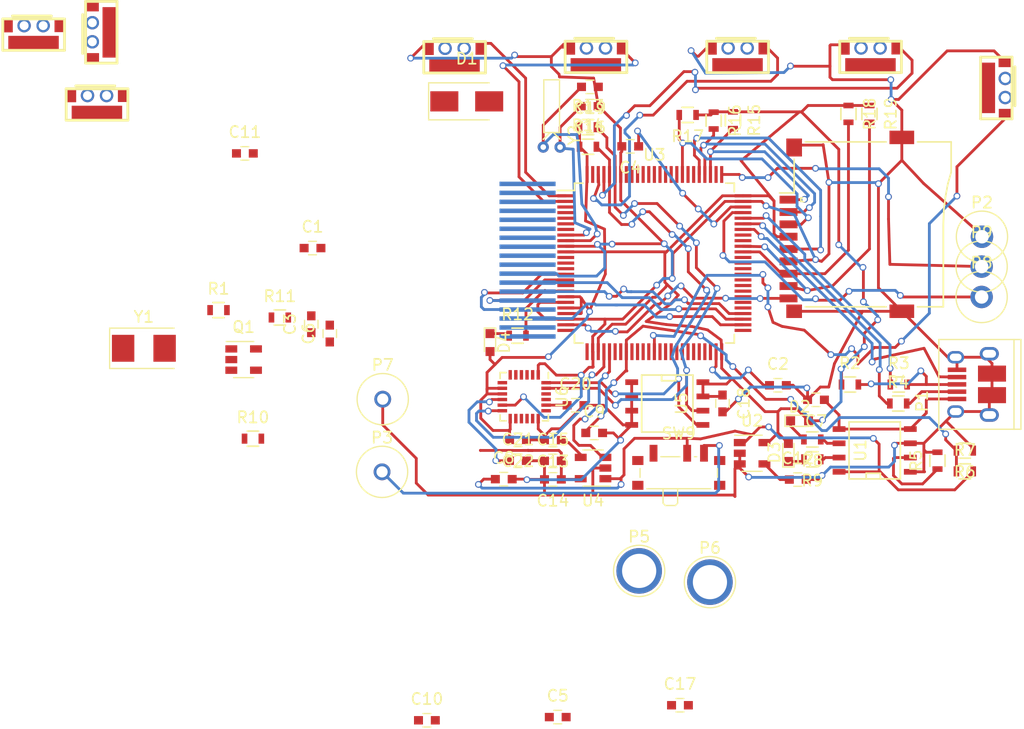
<source format=kicad_pcb>
(kicad_pcb (version 4) (host pcbnew 4.0.4-stable)
  (layers (0 F.Cu signal) (31 B.Cu signal) (34 B.Paste user) (35 F.Paste user) (36 B.SilkS user) (37 F.SilkS user) (38 B.Mask user) (39 F.Mask user) (44 Edge.Cuts user))
  (net 0 "")
  (net 1 "Net-(C1-Pad1)")
  (net 2 GND)
  (net 3 "Net-(C2-Pad1)")
  (net 4 "Net-(C3-Pad1)")
  (net 5 "Net-(C4-Pad1)")
  (net 6 "Net-(C5-Pad1)")
  (net 7 "Net-(C6-Pad1)")
  (net 8 /VCC5)
  (net 9 /VBAT)
  (net 10 /ADC0)
  (net 11 +3V3)
  (net 12 "Net-(C12-Pad1)")
  (net 13 "Net-(C13-Pad1)")
  (net 14 "Net-(C14-Pad1)")
  (net 15 "Net-(C16-Pad2)")
  (net 16 "Net-(C19-Pad2)")
  (net 17 "Net-(C20-Pad1)")
  (net 18 "Net-(C21-Pad1)")
  (net 19 /CD)
  (net 20 /SDIO_D0)
  (net 21 /SDIO_D1)
  (net 22 /SDIO_CLK)
  (net 23 /SDIO_D2)
  (net 24 /SDIO_D3)
  (net 25 /SDIO_CMD)
  (net 26 /VBAT_RTC)
  (net 27 "Net-(D2-Pad1)")
  (net 28 "Net-(D3-Pad1)")
  (net 29 "Net-(D4-Pad1)")
  (net 30 "Net-(P1-Pad2)")
  (net 31 "Net-(P1-Pad3)")
  (net 32 /USB-ID)
  (net 33 "Net-(P3-Pad1)")
  (net 34 "Net-(P4-Pad18)")
  (net 35 "Net-(P4-Pad17)")
  (net 36 "Net-(P4-Pad16)")
  (net 37 "Net-(P4-Pad15)")
  (net 38 "Net-(P4-Pad11)")
  (net 39 /DISP_MISO)
  (net 40 /DISP_MOSI)
  (net 41 /DISP_CS)
  (net 42 /DISP_D/C)
  (net 43 /DISP_CLK)
  (net 44 /DISP_RES)
  (net 45 "Net-(P5-Pad1)")
  (net 46 "Net-(P6-Pad1)")
  (net 47 "Net-(P8-Pad1)")
  (net 48 "Net-(P9-Pad1)")
  (net 49 /DISP_PWM)
  (net 50 "Net-(Q1-Pad3)")
  (net 51 /USB-DP)
  (net 52 /USB-DM)
  (net 53 "Net-(R5-Pad1)")
  (net 54 /CHRG1)
  (net 55 /CHRG2)
  (net 56 "Net-(R11-Pad2)")
  (net 57 "Net-(R12-Pad2)")
  (net 58 /i2c_SCL)
  (net 59 /i2c_SDA)
  (net 60 /B1)
  (net 61 /B2)
  (net 62 /B3)
  (net 63 /B4)
  (net 64 /B8)
  (net 65 /B5)
  (net 66 /B6)
  (net 67 /B7)
  (net 68 "Net-(SW9-Pad1)")
  (net 69 "Net-(U3-Pad7)")
  (net 70 /MPU_INT)
  (net 71 /DISP_EN)
  (net 72 "Net-(U3-Pad32)")
  (net 73 "Net-(U3-Pad34)")
  (net 74 "Net-(U3-Pad35)")
  (net 75 "Net-(U3-Pad36)")
  (net 76 "Net-(U3-Pad37)")
  (net 77 "Net-(U3-Pad39)")
  (net 78 "Net-(U3-Pad40)")
  (net 79 "Net-(U3-Pad41)")
  (net 80 "Net-(U3-Pad42)")
  (net 81 "Net-(U3-Pad43)")
  (net 82 "Net-(U3-Pad44)")
  (net 83 "Net-(U3-Pad45)")
  (net 84 "Net-(U3-Pad46)")
  (net 85 "Net-(U3-Pad47)")
  (net 86 "Net-(U3-Pad48)")
  (net 87 "Net-(U3-Pad51)")
  (net 88 "Net-(U3-Pad55)")
  (net 89 "Net-(U3-Pad56)")
  (net 90 "Net-(U3-Pad57)")
  (net 91 "Net-(U3-Pad58)")
  (net 92 "Net-(U3-Pad59)")
  (net 93 "Net-(U3-Pad60)")
  (net 94 "Net-(U3-Pad61)")
  (net 95 "Net-(U3-Pad62)")
  (net 96 "Net-(U3-Pad63)")
  (net 97 "Net-(U3-Pad64)")
  (net 98 "Net-(U3-Pad67)")
  (net 99 "Net-(U3-Pad68)")
  (net 100 "Net-(U3-Pad77)")
  (net 101 "Net-(U3-Pad81)")
  (net 102 "Net-(U3-Pad82)")
  (net 103 "Net-(U3-Pad84)")
  (net 104 "Net-(U3-Pad85)")
  (net 105 "Net-(U3-Pad86)")
  (net 106 "Net-(U3-Pad87)")
  (net 107 "Net-(U3-Pad88)")
  (net 108 "Net-(U3-Pad89)")
  (net 109 "Net-(U3-Pad90)")
  (net 110 "Net-(U3-Pad91)")
  (net 111 "Net-(U3-Pad92)")
  (net 112 "Net-(U3-Pad93)")
  (net 113 "Net-(U3-Pad99)")
  (net 114 "Net-(U6-Pad2)")
  (net 115 "Net-(U6-Pad3)")
  (net 116 "Net-(U6-Pad4)")
  (net 117 "Net-(U6-Pad5)")
  (net 118 "Net-(U6-Pad6)")
  (net 119 "Net-(U6-Pad7)")
  (net 120 "Net-(U6-Pad14)")
  (net 121 "Net-(U6-Pad15)")
  (net 122 "Net-(U6-Pad16)")
  (net 123 "Net-(U6-Pad17)")
  (net 124 "Net-(U6-Pad19)")
  (net 125 "Net-(U6-Pad21)")
  (module Capacitors_SMD:C_0603 (layer F.Cu) (at 96.95 68.79)
    (fp_text reference C1 (at 0 -1.9) (layer F.SilkS))
    (fp_text value 0.1F)
    (pad 1 smd rect (at -0.75 0) (size 0.8 0.75) (layers F.Cu F.Paste F.Mask) (net 1 "Net-(C1-Pad1)"))
    (pad 2 smd rect (at 0.75 0) (size 0.8 0.75) (layers F.Cu F.Paste F.Mask) (net 2 GND))
  )
  (module Capacitors_SMD:C_0603 (layer F.Cu) (at 138.44 81.02)
    (fp_text reference C2 (at 0 -1.9) (layer F.SilkS))
    (fp_text value 2.2uF)
    (pad 1 smd rect (at -0.75 0) (size 0.8 0.75) (layers F.Cu F.Paste F.Mask) (net 3 "Net-(C2-Pad1)"))
    (pad 2 smd rect (at 0.75 0) (size 0.8 0.75) (layers F.Cu F.Paste F.Mask) (net 2 GND))
  )
  (module Capacitors_SMD:C_0603 (layer F.Cu) (at 96.84 75.58 90)
    (fp_text reference C3 (at 0 -1.9 90) (layer F.SilkS))
    (fp_text value 22)
    (pad 1 smd rect (at -0.75 0 90) (size 0.8 0.75) (layers F.Cu F.Paste F.Mask) (net 4 "Net-(C3-Pad1)"))
    (pad 2 smd rect (at 0.75 0 90) (size 0.8 0.75) (layers F.Cu F.Paste F.Mask) (net 2 GND))
  )
  (module Capacitors_SMD:C_0603 (layer F.Cu) (at 125.2728 59.72048 180)
    (fp_text reference C4 (at 0 -1.9 180) (layer F.SilkS))
    (fp_text value 2.2uF)
    (pad 1 smd rect (at -0.75 0 180) (size 0.8 0.75) (layers F.Cu F.Paste F.Mask) (net 5 "Net-(C4-Pad1)"))
    (pad 2 smd rect (at 0.75 0 180) (size 0.8 0.75) (layers F.Cu F.Paste F.Mask) (net 2 GND))
  )
  (module Capacitors_SMD:C_0603 (layer F.Cu) (at 118.81104 110.60176)
    (fp_text reference C5 (at 0 -1.9) (layer F.SilkS))
    (fp_text value 22)
    (pad 1 smd rect (at -0.75 0) (size 0.8 0.75) (layers F.Cu F.Paste F.Mask) (net 6 "Net-(C5-Pad1)"))
    (pad 2 smd rect (at 0.75 0) (size 0.8 0.75) (layers F.Cu F.Paste F.Mask) (net 2 GND))
  )
  (module Capacitors_SMD:C_0603 (layer F.Cu) (at 98.48916 76.41032 90)
    (fp_text reference C6 (at 0 -1.9 90) (layer F.SilkS))
    (fp_text value 0.1uF)
    (pad 1 smd rect (at -0.75 0 90) (size 0.8 0.75) (layers F.Cu F.Paste F.Mask) (net 7 "Net-(C6-Pad1)"))
    (pad 2 smd rect (at 0.75 0 90) (size 0.8 0.75) (layers F.Cu F.Paste F.Mask) (net 2 GND))
  )
  (module Capacitors_SMD:C_0603 (layer F.Cu) (at 141.8336 82.31632 180)
    (fp_text reference C7 (at 0 -1.9 180) (layer F.SilkS))
    (fp_text value 10uF)
    (pad 1 smd rect (at -0.75 0 180) (size 0.8 0.75) (layers F.Cu F.Paste F.Mask) (net 8 /VCC5))
    (pad 2 smd rect (at 0.75 0 180) (size 0.8 0.75) (layers F.Cu F.Paste F.Mask) (net 2 GND))
  )
  (module Capacitors_SMD:C_0603 (layer F.Cu) (at 114 89.39)
    (fp_text reference C8 (at 0 -1.9) (layer F.SilkS))
    (fp_text value 10uF)
    (pad 1 smd rect (at -0.75 0) (size 0.8 0.75) (layers F.Cu F.Paste F.Mask) (net 9 /VBAT))
    (pad 2 smd rect (at 0.75 0) (size 0.8 0.75) (layers F.Cu F.Paste F.Mask) (net 2 GND))
  )
  (module Capacitors_SMD:C_0603 (layer F.Cu) (at 122.06 85.27)
    (fp_text reference C9 (at 0 -1.9) (layer F.SilkS))
    (fp_text value 33)
    (pad 1 smd rect (at -0.75 0) (size 0.8 0.75) (layers F.Cu F.Paste F.Mask) (net 10 /ADC0))
    (pad 2 smd rect (at 0.75 0) (size 0.8 0.75) (layers F.Cu F.Paste F.Mask) (net 2 GND))
  )
  (module Capacitors_SMD:C_0603 (layer F.Cu) (at 107.14736 110.88624)
    (fp_text reference C10 (at 0 -1.9) (layer F.SilkS))
    (fp_text value C)
    (pad 1 smd rect (at -0.75 0) (size 0.8 0.75) (layers F.Cu F.Paste F.Mask) (net 11 +3V3))
    (pad 2 smd rect (at 0.75 0) (size 0.8 0.75) (layers F.Cu F.Paste F.Mask) (net 2 GND))
  )
  (module Capacitors_SMD:C_0603 (layer F.Cu) (at 90.92 60.35)
    (fp_text reference C11 (at 0 -1.9) (layer F.SilkS))
    (fp_text value 0.1uF)
    (pad 1 smd rect (at -0.75 0) (size 0.8 0.75) (layers F.Cu F.Paste F.Mask) (net 11 +3V3))
    (pad 2 smd rect (at 0.75 0) (size 0.8 0.75) (layers F.Cu F.Paste F.Mask) (net 2 GND))
  )
  (module Capacitors_SMD:C_0603 (layer F.Cu) (at 140.208 89.42832)
    (fp_text reference C12 (at 0 -1.9) (layer F.SilkS))
    (fp_text value 0.01uF)
    (pad 1 smd rect (at -0.75 0) (size 0.8 0.75) (layers F.Cu F.Paste F.Mask) (net 12 "Net-(C12-Pad1)"))
    (pad 2 smd rect (at 0.75 0) (size 0.8 0.75) (layers F.Cu F.Paste F.Mask) (net 2 GND))
  )
  (module Capacitors_SMD:C_0603 (layer F.Cu) (at 118.38 85.91 180)
    (fp_text reference C13 (at 0 -1.9 180) (layer F.SilkS))
    (fp_text value 0.01uF)
    (pad 1 smd rect (at -0.75 0 180) (size 0.8 0.75) (layers F.Cu F.Paste F.Mask) (net 13 "Net-(C13-Pad1)"))
    (pad 2 smd rect (at 0.75 0 180) (size 0.8 0.75) (layers F.Cu F.Paste F.Mask) (net 2 GND))
  )
  (module Capacitors_SMD:C_0603 (layer F.Cu) (at 118.38 89.41 180)
    (fp_text reference C14 (at 0 -1.9 180) (layer F.SilkS))
    (fp_text value 0.1uF)
    (pad 1 smd rect (at -0.75 0 180) (size 0.8 0.75) (layers F.Cu F.Paste F.Mask) (net 14 "Net-(C14-Pad1)"))
    (pad 2 smd rect (at 0.75 0 180) (size 0.8 0.75) (layers F.Cu F.Paste F.Mask) (net 2 GND))
  )
  (module Capacitors_SMD:C_0603 (layer F.Cu) (at 118.38 87.76)
    (fp_text reference C15 (at 0 -1.9) (layer F.SilkS))
    (fp_text value 0.01uF)
    (pad 1 smd rect (at -0.75 0) (size 0.8 0.75) (layers F.Cu F.Paste F.Mask) (net 2 GND))
    (pad 2 smd rect (at 0.75 0) (size 0.8 0.75) (layers F.Cu F.Paste F.Mask) (net 14 "Net-(C14-Pad1)"))
  )
  (module Capacitors_SMD:C_0603 (layer F.Cu) (at 121.66 56.14 180)
    (fp_text reference C16 (at 0 -1.9 180) (layer F.SilkS))
    (fp_text value 22)
    (pad 1 smd rect (at -0.75 0 180) (size 0.8 0.75) (layers F.Cu F.Paste F.Mask) (net 2 GND))
    (pad 2 smd rect (at 0.75 0 180) (size 0.8 0.75) (layers F.Cu F.Paste F.Mask) (net 15 "Net-(C16-Pad2)"))
  )
  (module Capacitors_SMD:C_0603 (layer F.Cu) (at 129.70764 109.54512)
    (fp_text reference C17 (at 0 -1.9) (layer F.SilkS))
    (fp_text value 0.01uF)
    (pad 1 smd rect (at -0.75 0) (size 0.8 0.75) (layers F.Cu F.Paste F.Mask) (net 11 +3V3))
    (pad 2 smd rect (at 0.75 0) (size 0.8 0.75) (layers F.Cu F.Paste F.Mask) (net 2 GND))
  )
  (module Capacitors_SMD:C_0603 (layer F.Cu) (at 133.5 82.64 270)
    (fp_text reference C18 (at 0 -1.9 270) (layer F.SilkS))
    (fp_text value 10nF)
    (pad 1 smd rect (at -0.75 0 270) (size 0.8 0.75) (layers F.Cu F.Paste F.Mask) (net 11 +3V3))
    (pad 2 smd rect (at 0.75 0 270) (size 0.8 0.75) (layers F.Cu F.Paste F.Mask) (net 2 GND))
  )
  (module Capacitors_SMD:C_0603 (layer F.Cu) (at 121.68 54.42 180)
    (fp_text reference C19 (at 0 -1.9 180) (layer F.SilkS))
    (fp_text value 22)
    (pad 1 smd rect (at -0.75 0 180) (size 0.8 0.75) (layers F.Cu F.Paste F.Mask) (net 2 GND))
    (pad 2 smd rect (at 0.75 0 180) (size 0.8 0.75) (layers F.Cu F.Paste F.Mask) (net 16 "Net-(C19-Pad2)"))
  )
  (module Capacitors_SMD:C_0603 (layer F.Cu) (at 120.396 82.804)
    (fp_text reference C20 (at 0 -1.9) (layer F.SilkS))
    (fp_text value 2.2nF)
    (pad 1 smd rect (at -0.75 0) (size 0.8 0.75) (layers F.Cu F.Paste F.Mask) (net 17 "Net-(C20-Pad1)"))
    (pad 2 smd rect (at 0.75 0) (size 0.8 0.75) (layers F.Cu F.Paste F.Mask) (net 2 GND))
  )
  (module Capacitors_SMD:C_0603 (layer F.Cu) (at 115.26 87.75)
    (fp_text reference C21 (at 0 -1.9) (layer F.SilkS))
    (fp_text value 0.1uF)
    (pad 1 smd rect (at -0.75 0) (size 0.8 0.75) (layers F.Cu F.Paste F.Mask) (net 18 "Net-(C21-Pad1)"))
    (pad 2 smd rect (at 0.75 0) (size 0.8 0.75) (layers F.Cu F.Paste F.Mask) (net 2 GND))
  )
  (module Capacitors_SMD:C_0603 (layer F.Cu) (at 115.27 85.89 180)
    (fp_text reference C22 (at 0 -1.9 180) (layer F.SilkS))
    (fp_text value 0.01uF)
    (pad 1 smd rect (at -0.75 0 180) (size 0.8 0.75) (layers F.Cu F.Paste F.Mask) (net 2 GND))
    (pad 2 smd rect (at 0.75 0 180) (size 0.8 0.75) (layers F.Cu F.Paste F.Mask) (net 11 +3V3))
  )
  (module v.0:Conn_uSDcard (layer F.Cu) (at 149.8854 66.675 90)
    (fp_text reference CON1)
    (fp_text value uSD_Card)
    (pad 6 smd rect (at 7.75 -0.4 90) (size 1.2 2.2) (layers F.Cu F.Paste F.Mask) (net 2 GND))
    (pad 6 smd rect (at -7.75 -0.4 90) (size 1.2 2.2) (layers F.Cu F.Paste F.Mask) (net 2 GND))
    (pad 6 smd rect (at 6.85 -10 90) (size 1.6 1.4) (layers F.Cu F.Paste F.Mask) (net 2 GND))
    (pad 6 smd rect (at -7.75 -10 90) (size 1.2 1.4) (layers F.Cu F.Paste F.Mask) (net 2 GND))
    (pad 9 smd rect (at -6.6 -10.5 90) (size 0.7 1.6) (layers F.Cu F.Paste F.Mask) (net 19 /CD))
    (pad 7 smd rect (at -4.4 -10.5 90) (size 0.7 1.6) (layers F.Cu F.Paste F.Mask) (net 20 /SDIO_D0))
    (pad 8 smd rect (at -5.5 -10.5 90) (size 0.7 1.6) (layers F.Cu F.Paste F.Mask) (net 21 /SDIO_D1))
    (pad 6 smd rect (at -3.3 -10.5 90) (size 0.7 1.6) (layers F.Cu F.Paste F.Mask) (net 2 GND))
    (pad 5 smd rect (at -2.2 -10.5 90) (size 0.7 1.6) (layers F.Cu F.Paste F.Mask) (net 22 /SDIO_CLK))
    (pad 4 smd rect (at -1.1 -10.5 90) (size 0.7 1.6) (layers F.Cu F.Paste F.Mask) (net 11 +3V3))
    (pad 1 smd rect (at 2.2 -10.5 90) (size 0.7 1.6) (layers F.Cu F.Paste F.Mask) (net 23 /SDIO_D2))
    (pad 2 smd rect (at 1.1 -10.5 90) (size 0.7 1.6) (layers F.Cu F.Paste F.Mask) (net 24 /SDIO_D3))
    (pad "" np_thru_hole circle (at 3.05 0 90) (size 1 1) (drill 1) (layers *.Cu))
    (pad "" np_thru_hole circle (at -4.93 0 90) (size 1 1) (drill 1) (layers *.Cu))
    (pad 3 smd rect (at 0 -10.5 90) (size 0.7 1.6) (layers F.Cu F.Paste F.Mask) (net 25 /SDIO_CMD))
  )
  (module Diodes_SMD:D_SMA_Standard (layer F.Cu) (at 110.7 55.71)
    (fp_text reference D1 (at 0 -3.81) (layer F.SilkS))
    (fp_text value 1n5819)
    (pad 1 smd rect (at -2 0) (size 2.5 1.8) (layers F.Cu F.Paste F.Mask) (net 26 /VBAT_RTC))
    (pad 2 smd rect (at 2 0) (size 2.5 1.8) (layers F.Cu F.Paste F.Mask) (net 11 +3V3))
  )
  (module LEDs:LED_0603 (layer F.Cu) (at 140.37056 84.18576)
    (fp_text reference D2 (at 0 -1.25) (layer F.SilkS))
    (fp_text value RED)
    (pad 2 smd rect (at 0.8 0 180) (size 0.8 0.8) (layers F.Cu F.Paste F.Mask) (net 11 +3V3))
    (pad 1 smd rect (at -0.8 0 180) (size 0.8 0.8) (layers F.Cu F.Paste F.Mask) (net 27 "Net-(D2-Pad1)"))
  )
  (module LEDs:LED_0603 (layer F.Cu) (at 139.37488 87.01024 90)
    (fp_text reference D3 (at 0 -1.25 90) (layer F.SilkS))
    (fp_text value GREEN)
    (pad 2 smd rect (at 0.8 0 270) (size 0.8 0.8) (layers F.Cu F.Paste F.Mask) (net 11 +3V3))
    (pad 1 smd rect (at -0.8 0 270) (size 0.8 0.8) (layers F.Cu F.Paste F.Mask) (net 28 "Net-(D3-Pad1)"))
  )
  (module LEDs:LED_0603 (layer F.Cu) (at 112.776 77.216 270)
    (fp_text reference D4 (at 0 -1.25 270) (layer F.SilkS))
    (fp_text value LED)
    (pad 2 smd rect (at 0.8 0 90) (size 0.8 0.8) (layers F.Cu F.Paste F.Mask) (net 11 +3V3))
    (pad 1 smd rect (at -0.8 0 90) (size 0.8 0.8) (layers F.Cu F.Paste F.Mask) (net 29 "Net-(D4-Pad1)"))
  )
  (module Connect:USB_Micro-B_10103594-0001LF (layer F.Cu) (at 155.9052 80.94218 90)
    (fp_text reference P1 (at -1.5 -4.62 90) (layer F.SilkS))
    (fp_text value USB_OTG)
    (pad 1 smd rect (at -1.3 -1.5 180) (size 1.65 0.4) (layers F.Cu F.Paste F.Mask) (net 8 /VCC5))
    (pad 2 smd rect (at -0.65 -1.5 180) (size 1.65 0.4) (layers F.Cu F.Paste F.Mask) (net 30 "Net-(P1-Pad2)"))
    (pad 3 smd rect (at 0 -1.5 180) (size 1.65 0.4) (layers F.Cu F.Paste F.Mask) (net 31 "Net-(P1-Pad3)"))
    (pad 4 smd rect (at 0.65 -1.5 180) (size 1.65 0.4) (layers F.Cu F.Paste F.Mask) (net 32 /USB-ID))
    (pad 5 smd rect (at 1.3 -1.5 180) (size 1.65 0.4) (layers F.Cu F.Paste F.Mask) (net 2 GND))
    (pad 6 thru_hole oval (at -2.42 -1.62 180) (size 1.5 1.1) (drill oval 1.05 0.65) (layers *.Cu *.Mask) (net 2 GND))
    (pad 6 thru_hole oval (at 2.42 -1.62 180) (size 1.5 1.1) (drill oval 1.05 0.65) (layers *.Cu *.Mask) (net 2 GND))
    (pad 6 thru_hole oval (at -2.73 1.38 180) (size 1.7 1.2) (drill oval 1.2 0.7) (layers *.Cu *.Mask) (net 2 GND))
    (pad 6 thru_hole oval (at 2.73 1.38 180) (size 1.7 1.2) (drill oval 1.2 0.7) (layers *.Cu *.Mask) (net 2 GND))
    (pad 6 smd rect (at -0.96 1.62 180) (size 2.5 1.43) (layers F.Cu F.Paste F.Mask) (net 2 GND))
    (pad 6 smd rect (at 0.96 1.62 180) (size 2.5 1.43) (layers F.Cu F.Paste F.Mask) (net 2 GND))
  )
  (module Connect:1pin (layer F.Cu) (at 156.63 67.78)
    (fp_text reference P2 (at 0 -3.048) (layer F.SilkS))
    (fp_text value BAT-)
    (pad 1 thru_hole circle (at 0 0) (size 2 2) (drill 1.2) (layers *.Cu *.Mask) (net 2 GND))
  )
  (module Connect:1pin (layer F.Cu) (at 103.15 88.74)
    (fp_text reference P3 (at 0 -3.048) (layer F.SilkS))
    (fp_text value BAT+)
    (pad 1 thru_hole circle (at 0 0) (size 1.5 1.5) (drill 1) (layers *.Cu *.Mask) (net 33 "Net-(P3-Pad1)"))
  )
  (module v.0:DISP1 (layer B.Cu) (at 118.52 70.27 90)
    (fp_text reference P4 hide)
    (fp_text value CONN_01X18 hide)
    (pad 18 smd rect (at 7.2 -2.4 90) (size 0.4 5) (layers B.Cu B.Paste B.Mask) (net 34 "Net-(P4-Pad18)"))
    (pad 17 smd rect (at 6.4 -2.4 90) (size 0.4 5) (layers B.Cu B.Paste B.Mask) (net 35 "Net-(P4-Pad17)"))
    (pad 16 smd rect (at 5.6 -2.4 90) (size 0.4 5) (layers B.Cu B.Paste B.Mask) (net 36 "Net-(P4-Pad16)"))
    (pad 15 smd rect (at 4.8 -2.4 90) (size 0.4 5) (layers B.Cu B.Paste B.Mask) (net 37 "Net-(P4-Pad15)"))
    (pad 14 smd rect (at 4 -2.4 90) (size 0.4 5) (layers B.Cu B.Paste B.Mask) (net 38 "Net-(P4-Pad11)"))
    (pad 13 smd rect (at 3.2 -2.4 90) (size 0.4 5) (layers B.Cu B.Paste B.Mask) (net 38 "Net-(P4-Pad11)"))
    (pad 12 smd rect (at 2.4 -2.4 90) (size 0.4 5) (layers B.Cu B.Paste B.Mask) (net 38 "Net-(P4-Pad11)"))
    (pad 11 smd rect (at 1.6 -2.4 90) (size 0.4 5) (layers B.Cu B.Paste B.Mask) (net 38 "Net-(P4-Pad11)"))
    (pad 10 smd rect (at 0.8 -2.4 90) (size 0.4 5) (layers B.Cu B.Paste B.Mask) (net 14 "Net-(C14-Pad1)"))
    (pad 9 smd rect (at 0 -2.4 90) (size 0.4 5) (layers B.Cu B.Paste B.Mask) (net 14 "Net-(C14-Pad1)"))
    (pad 8 smd rect (at -0.8 -2.4 90) (size 0.4 5) (layers B.Cu B.Paste B.Mask) (net 2 GND))
    (pad 7 smd rect (at -1.6 -2.4 90) (size 0.4 5) (layers B.Cu B.Paste B.Mask) (net 39 /DISP_MISO))
    (pad 6 smd rect (at -2.4 -2.4 90) (size 0.4 5) (layers B.Cu B.Paste B.Mask) (net 40 /DISP_MOSI))
    (pad 5 smd rect (at -3.2 -2.4 90) (size 0.4 5) (layers B.Cu B.Paste B.Mask) (net 41 /DISP_CS))
    (pad 4 smd rect (at -4 -2.4 90) (size 0.4 5) (layers B.Cu B.Paste B.Mask) (net 42 /DISP_D/C))
    (pad 3 smd rect (at -4.8 -2.4 90) (size 0.4 5) (layers B.Cu B.Paste B.Mask) (net 43 /DISP_CLK))
    (pad 2 smd rect (at -5.6 -2.4 90) (size 0.4 5) (layers B.Cu B.Paste B.Mask) (net 44 /DISP_RES))
    (pad 1 smd rect (at -6.4 -2.4 90) (size 0.4 5) (layers B.Cu B.Paste B.Mask) (net 2 GND))
  )
  (module Connect:1pin (layer F.Cu) (at 126.07 97.57)
    (fp_text reference P5 (at 0 -3.048) (layer F.SilkS))
    (fp_text value TX2)
    (pad 1 thru_hole circle (at 0 0) (size 4.064 4.064) (drill 3.048) (layers *.Cu *.Mask) (net 45 "Net-(P5-Pad1)"))
  )
  (module Connect:1pin (layer F.Cu) (at 132.38 98.57)
    (fp_text reference P6 (at 0 -3.048) (layer F.SilkS))
    (fp_text value RX2)
    (pad 1 thru_hole circle (at 0 0) (size 4.064 4.064) (drill 3.048) (layers *.Cu *.Mask) (net 46 "Net-(P6-Pad1)"))
  )
  (module Connect:1pin (layer F.Cu) (at 103.21 82.26)
    (fp_text reference P7 (at 0 -3.048) (layer F.SilkS))
    (fp_text value GND)
    (pad 1 thru_hole circle (at 0 0) (size 1.5 1.5) (drill 1) (layers *.Cu *.Mask) (net 2 GND))
  )
  (module Connect:1pin (layer F.Cu) (at 156.6 73.15)
    (fp_text reference P8 (at 0 -3.048) (layer F.SilkS))
    (fp_text value SWDIO)
    (pad 1 thru_hole circle (at 0 0) (size 2 2) (drill 1.2) (layers *.Cu *.Mask) (net 47 "Net-(P8-Pad1)"))
  )
  (module Connect:1pin (layer F.Cu) (at 156.6 70.44)
    (fp_text reference P9 (at 0 -3.048) (layer F.SilkS))
    (fp_text value SWDCLK)
    (pad 1 thru_hole circle (at 0 0) (size 2 2) (drill 1.2) (layers *.Cu *.Mask) (net 48 "Net-(P9-Pad1)"))
  )
  (module TO_SOT_Packages_SMD:SOT-23-5 (layer F.Cu) (at 90.81 78.73)
    (fp_text reference Q1 (at 0 -2.9) (layer F.SilkS))
    (fp_text value 2N7002)
    (pad 1 smd rect (at -1.1 -0.95) (size 1.06 0.65) (layers F.Cu F.Paste F.Mask) (net 49 /DISP_PWM))
    (pad 2 smd rect (at -1.1 0) (size 1.06 0.65) (layers F.Cu F.Paste F.Mask) (net 2 GND))
    (pad 3 smd rect (at -1.1 0.95) (size 1.06 0.65) (layers F.Cu F.Paste F.Mask) (net 50 "Net-(Q1-Pad3)"))
    (pad 4 smd rect (at 1.1 0.95) (size 1.06 0.65) (layers F.Cu F.Paste F.Mask))
    (pad 5 smd rect (at 1.1 -0.95) (size 1.06 0.65) (layers F.Cu F.Paste F.Mask))
  )
  (module Resistors_SMD:R_0603 (layer F.Cu) (at 88.57 74.32)
    (fp_text reference R1 (at 0 -1.9) (layer F.SilkS))
    (fp_text value 100)
    (pad 1 smd rect (at -0.75 0) (size 0.5 0.9) (layers F.Cu F.Paste F.Mask) (net 26 /VBAT_RTC))
    (pad 2 smd rect (at 0.75 0) (size 0.5 0.9) (layers F.Cu F.Paste F.Mask) (net 1 "Net-(C1-Pad1)"))
  )
  (module Resistors_SMD:R_0603 (layer F.Cu) (at 144.86128 80.95488)
    (fp_text reference R2 (at 0 -1.9) (layer F.SilkS))
    (fp_text value 1.5k)
    (pad 1 smd rect (at -0.75 0) (size 0.5 0.9) (layers F.Cu F.Paste F.Mask) (net 11 +3V3))
    (pad 2 smd rect (at 0.75 0) (size 0.5 0.9) (layers F.Cu F.Paste F.Mask) (net 31 "Net-(P1-Pad3)"))
  )
  (module Resistors_SMD:R_0603 (layer F.Cu) (at 149.20976 80.95488)
    (fp_text reference R3 (at 0 -1.9) (layer F.SilkS))
    (fp_text value 22)
    (pad 1 smd rect (at -0.75 0) (size 0.5 0.9) (layers F.Cu F.Paste F.Mask) (net 51 /USB-DP))
    (pad 2 smd rect (at 0.75 0) (size 0.5 0.9) (layers F.Cu F.Paste F.Mask) (net 31 "Net-(P1-Pad3)"))
  )
  (module Resistors_SMD:R_0603 (layer F.Cu) (at 149.16912 82.64652)
    (fp_text reference R4 (at 0 -1.9) (layer F.SilkS))
    (fp_text value 22)
    (pad 1 smd rect (at -0.75 0) (size 0.5 0.9) (layers F.Cu F.Paste F.Mask) (net 52 /USB-DM))
    (pad 2 smd rect (at 0.75 0) (size 0.5 0.9) (layers F.Cu F.Paste F.Mask) (net 30 "Net-(P1-Pad2)"))
  )
  (module Resistors_SMD:R_0603 (layer F.Cu) (at 152.66416 87.74176 90)
    (fp_text reference R5 (at 0 -1.9 90) (layer F.SilkS))
    (fp_text value 10k)
    (pad 1 smd rect (at -0.75 0 90) (size 0.5 0.9) (layers F.Cu F.Paste F.Mask) (net 53 "Net-(R5-Pad1)"))
    (pad 2 smd rect (at 0.75 0 90) (size 0.5 0.9) (layers F.Cu F.Paste F.Mask) (net 2 GND))
  )
  (module Resistors_SMD:R_0603 (layer F.Cu) (at 155.10256 86.84768 180)
    (fp_text reference R6 (at 0 -1.9 180) (layer F.SilkS))
    (fp_text value 100k)
    (pad 1 smd rect (at -0.75 0 180) (size 0.5 0.9) (layers F.Cu F.Paste F.Mask) (net 2 GND))
    (pad 2 smd rect (at 0.75 0 180) (size 0.5 0.9) (layers F.Cu F.Paste F.Mask) (net 10 /ADC0))
  )
  (module Resistors_SMD:R_0603 (layer F.Cu) (at 155.10256 88.6968)
    (fp_text reference R7 (at 0 -1.9) (layer F.SilkS))
    (fp_text value 100k)
    (pad 1 smd rect (at -0.75 0) (size 0.5 0.9) (layers F.Cu F.Paste F.Mask) (net 10 /ADC0))
    (pad 2 smd rect (at 0.75 0) (size 0.5 0.9) (layers F.Cu F.Paste F.Mask) (net 9 /VBAT))
  )
  (module Resistors_SMD:R_0603 (layer F.Cu) (at 141.50848 85.852 180)
    (fp_text reference R8 (at 0 -1.9 180) (layer F.SilkS))
    (fp_text value 1k)
    (pad 1 smd rect (at -0.75 0 180) (size 0.5 0.9) (layers F.Cu F.Paste F.Mask) (net 54 /CHRG1))
    (pad 2 smd rect (at 0.75 0 180) (size 0.5 0.9) (layers F.Cu F.Paste F.Mask) (net 27 "Net-(D2-Pad1)"))
  )
  (module Resistors_SMD:R_0603 (layer F.Cu) (at 141.50848 87.61984 180)
    (fp_text reference R9 (at 0 -1.9 180) (layer F.SilkS))
    (fp_text value 1k)
    (pad 1 smd rect (at -0.75 0 180) (size 0.5 0.9) (layers F.Cu F.Paste F.Mask) (net 55 /CHRG2))
    (pad 2 smd rect (at 0.75 0 180) (size 0.5 0.9) (layers F.Cu F.Paste F.Mask) (net 28 "Net-(D3-Pad1)"))
  )
  (module Resistors_SMD:R_0603 (layer F.Cu) (at 91.64 85.78)
    (fp_text reference R10 (at 0 -1.9) (layer F.SilkS))
    (fp_text value 0)
    (pad 1 smd rect (at -0.75 0) (size 0.5 0.9) (layers F.Cu F.Paste F.Mask) (net 38 "Net-(P4-Pad11)"))
    (pad 2 smd rect (at 0.75 0) (size 0.5 0.9) (layers F.Cu F.Paste F.Mask) (net 50 "Net-(Q1-Pad3)"))
  )
  (module Resistors_SMD:R_0603 (layer F.Cu) (at 94.04 74.98)
    (fp_text reference R11 (at 0 -1.9) (layer F.SilkS))
    (fp_text value 100)
    (pad 1 smd rect (at -0.75 0) (size 0.5 0.9) (layers F.Cu F.Paste F.Mask) (net 49 /DISP_PWM))
    (pad 2 smd rect (at 0.75 0) (size 0.5 0.9) (layers F.Cu F.Paste F.Mask) (net 56 "Net-(R11-Pad2)"))
  )
  (module Resistors_SMD:R_0603 (layer F.Cu) (at 115.23 76.6)
    (fp_text reference R12 (at 0 -1.9) (layer F.SilkS))
    (fp_text value 1k)
    (pad 1 smd rect (at -0.75 0) (size 0.5 0.9) (layers F.Cu F.Paste F.Mask) (net 29 "Net-(D4-Pad1)"))
    (pad 2 smd rect (at 0.75 0) (size 0.5 0.9) (layers F.Cu F.Paste F.Mask) (net 57 "Net-(R12-Pad2)"))
  )
  (module Resistors_SMD:R_0603 (layer F.Cu) (at 121.50852 58.01106)
    (fp_text reference R13 (at 0 -1.9) (layer F.SilkS))
    (fp_text value 1k5)
    (pad 1 smd rect (at -0.75 0) (size 0.5 0.9) (layers F.Cu F.Paste F.Mask) (net 11 +3V3))
    (pad 2 smd rect (at 0.75 0) (size 0.5 0.9) (layers F.Cu F.Paste F.Mask) (net 58 /i2c_SCL))
  )
  (module Resistors_SMD:R_0603 (layer F.Cu) (at 121.50852 59.75604)
    (fp_text reference R14 (at 0 -1.9) (layer F.SilkS))
    (fp_text value 1k5)
    (pad 1 smd rect (at -0.75 0) (size 0.5 0.9) (layers F.Cu F.Paste F.Mask) (net 11 +3V3))
    (pad 2 smd rect (at 0.75 0) (size 0.5 0.9) (layers F.Cu F.Paste F.Mask) (net 59 /i2c_SDA))
  )
  (module Resistors_SMD:R_0603 (layer F.Cu) (at 134.43204 57.39384 270)
    (fp_text reference R15 (at 0 -1.9 270) (layer F.SilkS))
    (fp_text value 33k)
    (pad 1 smd rect (at -0.75 0 270) (size 0.5 0.9) (layers F.Cu F.Paste F.Mask) (net 11 +3V3))
    (pad 2 smd rect (at 0.75 0 270) (size 0.5 0.9) (layers F.Cu F.Paste F.Mask) (net 23 /SDIO_D2))
  )
  (module Resistors_SMD:R_0603 (layer F.Cu) (at 132.70992 57.42432 270)
    (fp_text reference R16 (at 0 -1.9 270) (layer F.SilkS))
    (fp_text value 33k)
    (pad 1 smd rect (at -0.75 0 270) (size 0.5 0.9) (layers F.Cu F.Paste F.Mask) (net 11 +3V3))
    (pad 2 smd rect (at 0.75 0 270) (size 0.5 0.9) (layers F.Cu F.Paste F.Mask) (net 24 /SDIO_D3))
  )
  (module Resistors_SMD:R_0603 (layer F.Cu) (at 130.39344 56.9214 180)
    (fp_text reference R17 (at 0 -1.9 180) (layer F.SilkS))
    (fp_text value 33k)
    (pad 1 smd rect (at -0.75 0 180) (size 0.5 0.9) (layers F.Cu F.Paste F.Mask) (net 11 +3V3))
    (pad 2 smd rect (at 0.75 0 180) (size 0.5 0.9) (layers F.Cu F.Paste F.Mask) (net 25 /SDIO_CMD))
  )
  (module Resistors_SMD:R_0603 (layer F.Cu) (at 144.7292 56.82996 270)
    (fp_text reference R18 (at 0 -1.9 270) (layer F.SilkS))
    (fp_text value 33k)
    (pad 1 smd rect (at -0.75 0 270) (size 0.5 0.9) (layers F.Cu F.Paste F.Mask) (net 11 +3V3))
    (pad 2 smd rect (at 0.75 0 270) (size 0.5 0.9) (layers F.Cu F.Paste F.Mask) (net 20 /SDIO_D0))
  )
  (module Resistors_SMD:R_0603 (layer F.Cu) (at 146.60118 56.82996 270)
    (fp_text reference R19 (at 0 -1.9 270) (layer F.SilkS))
    (fp_text value 33k)
    (pad 1 smd rect (at -0.75 0 270) (size 0.5 0.9) (layers F.Cu F.Paste F.Mask) (net 11 +3V3))
    (pad 2 smd rect (at 0.75 0 270) (size 0.5 0.9) (layers F.Cu F.Paste F.Mask) (net 21 /SDIO_D1))
  )
  (module v.0:SMDBTN1 (layer F.Cu) (at 143.95 50.35)
    (fp_text reference SW1 hide)
    (fp_text value BACK hide)
    (pad "" thru_hole circle (at 3.6 0.6) (size 1.2 1.2) (drill 0.8) (layers *.Cu *.Mask))
    (pad 2 smd rect (at 5.06 0.58) (size 0.9 1.2) (layers F.Cu F.Paste F.Mask) (net 60 /B1))
    (pad 1 smd rect (at 0.44 0.6) (size 0.9 1.2) (layers F.Cu F.Paste F.Mask) (net 2 GND))
    (pad "" thru_hole circle (at 1.9 0.6) (size 1.2 1.2) (drill 0.8) (layers *.Cu *.Mask))
    (pad "" smd rect (at 2.74 2.16) (size 4.5 1.3) (layers F.Cu F.Paste F.Mask))
  )
  (module v.0:SMDBTN1 (layer F.Cu) (at 132.1 50.35)
    (fp_text reference SW2 hide)
    (fp_text value ENTER hide)
    (pad "" thru_hole circle (at 3.6 0.6) (size 1.2 1.2) (drill 0.8) (layers *.Cu *.Mask))
    (pad 2 smd rect (at 5.06 0.58) (size 0.9 1.2) (layers F.Cu F.Paste F.Mask) (net 61 /B2))
    (pad 1 smd rect (at 0.44 0.6) (size 0.9 1.2) (layers F.Cu F.Paste F.Mask) (net 2 GND))
    (pad "" thru_hole circle (at 1.9 0.6) (size 1.2 1.2) (drill 0.8) (layers *.Cu *.Mask))
    (pad "" smd rect (at 2.74 2.16) (size 4.5 1.3) (layers F.Cu F.Paste F.Mask))
  )
  (module v.0:SMDBTN1 (layer F.Cu) (at 106.87 50.38)
    (fp_text reference SW3 hide)
    (fp_text value UP hide)
    (pad "" thru_hole circle (at 3.6 0.6) (size 1.2 1.2) (drill 0.8) (layers *.Cu *.Mask))
    (pad 2 smd rect (at 5.06 0.58) (size 0.9 1.2) (layers F.Cu F.Paste F.Mask) (net 62 /B3))
    (pad 1 smd rect (at 0.44 0.6) (size 0.9 1.2) (layers F.Cu F.Paste F.Mask) (net 2 GND))
    (pad "" thru_hole circle (at 1.9 0.6) (size 1.2 1.2) (drill 0.8) (layers *.Cu *.Mask))
    (pad "" smd rect (at 2.74 2.16) (size 4.5 1.3) (layers F.Cu F.Paste F.Mask))
  )
  (module v.0:SMDBTN1 (layer F.Cu) (at 119.47 50.35)
    (fp_text reference SW4 hide)
    (fp_text value DOWN hide)
    (pad "" thru_hole circle (at 3.6 0.6) (size 1.2 1.2) (drill 0.8) (layers *.Cu *.Mask))
    (pad 2 smd rect (at 5.06 0.58) (size 0.9 1.2) (layers F.Cu F.Paste F.Mask) (net 63 /B4))
    (pad 1 smd rect (at 0.44 0.6) (size 0.9 1.2) (layers F.Cu F.Paste F.Mask) (net 2 GND))
    (pad "" thru_hole circle (at 1.9 0.6) (size 1.2 1.2) (drill 0.8) (layers *.Cu *.Mask))
    (pad "" smd rect (at 2.74 2.16) (size 4.5 1.3) (layers F.Cu F.Paste F.Mask))
  )
  (module v.0:SMDBTN1 (layer F.Cu) (at 159.31 51.77 270)
    (fp_text reference SW5 hide)
    (fp_text value USER4 hide)
    (pad "" thru_hole circle (at 3.6 0.6 270) (size 1.2 1.2) (drill 0.8) (layers *.Cu *.Mask))
    (pad 2 smd rect (at 5.06 0.58 270) (size 0.9 1.2) (layers F.Cu F.Paste F.Mask) (net 64 /B8))
    (pad 1 smd rect (at 0.44 0.6 270) (size 0.9 1.2) (layers F.Cu F.Paste F.Mask) (net 2 GND))
    (pad "" thru_hole circle (at 1.9 0.6 270) (size 1.2 1.2) (drill 0.8) (layers *.Cu *.Mask))
    (pad "" smd rect (at 2.74 2.16 270) (size 4.5 1.3) (layers F.Cu F.Paste F.Mask))
  )
  (module v.0:SMDBTN1 (layer F.Cu) (at 69.34 48.36)
    (fp_text reference SW6 hide)
    (fp_text value USER1 hide)
    (pad "" thru_hole circle (at 3.6 0.6) (size 1.2 1.2) (drill 0.8) (layers *.Cu *.Mask))
    (pad 2 smd rect (at 5.06 0.58) (size 0.9 1.2) (layers F.Cu F.Paste F.Mask) (net 65 /B5))
    (pad 1 smd rect (at 0.44 0.6) (size 0.9 1.2) (layers F.Cu F.Paste F.Mask) (net 2 GND))
    (pad "" thru_hole circle (at 1.9 0.6) (size 1.2 1.2) (drill 0.8) (layers *.Cu *.Mask))
    (pad "" smd rect (at 2.74 2.16) (size 4.5 1.3) (layers F.Cu F.Paste F.Mask))
  )
  (module v.0:SMDBTN1 (layer F.Cu) (at 74.99 54.59)
    (fp_text reference SW7 hide)
    (fp_text value USER2 hide)
    (pad "" thru_hole circle (at 3.6 0.6) (size 1.2 1.2) (drill 0.8) (layers *.Cu *.Mask))
    (pad 2 smd rect (at 5.06 0.58) (size 0.9 1.2) (layers F.Cu F.Paste F.Mask) (net 66 /B6))
    (pad 1 smd rect (at 0.44 0.6) (size 0.9 1.2) (layers F.Cu F.Paste F.Mask) (net 2 GND))
    (pad "" thru_hole circle (at 1.9 0.6) (size 1.2 1.2) (drill 0.8) (layers *.Cu *.Mask))
    (pad "" smd rect (at 2.74 2.16) (size 4.5 1.3) (layers F.Cu F.Paste F.Mask))
  )
  (module v.0:SMDBTN1 (layer F.Cu) (at 76.72 52.3 90)
    (fp_text reference SW8 hide)
    (fp_text value USER3 hide)
    (pad "" thru_hole circle (at 3.6 0.6 90) (size 1.2 1.2) (drill 0.8) (layers *.Cu *.Mask))
    (pad 2 smd rect (at 5.06 0.58 90) (size 0.9 1.2) (layers F.Cu F.Paste F.Mask) (net 67 /B7))
    (pad 1 smd rect (at 0.44 0.6 90) (size 0.9 1.2) (layers F.Cu F.Paste F.Mask) (net 2 GND))
    (pad "" thru_hole circle (at 1.9 0.6 90) (size 1.2 1.2) (drill 0.8) (layers *.Cu *.Mask))
    (pad "" smd rect (at 2.74 2.16 90) (size 4.5 1.3) (layers F.Cu F.Paste F.Mask))
  )
  (module Buttons_Switches_SMD:SW_SPDT_PCM12 (layer F.Cu) (at 129.6 88.51)
    (fp_text reference SW9 (at 0 -3.2) (layer F.SilkS))
    (fp_text value SWITCH_INV)
    (pad "" np_thru_hole circle (at -1.5 0.33) (size 0.9 0.9) (drill 0.9) (layers *.Cu *.Mask))
    (pad "" np_thru_hole circle (at 1.5 0.33) (size 0.9 0.9) (drill 0.9) (layers *.Cu *.Mask))
    (pad 1 smd rect (at -2.25 -1.43) (size 0.7 1.5) (layers F.Cu F.Paste F.Mask) (net 68 "Net-(SW9-Pad1)"))
    (pad 2 smd rect (at 0.75 -1.43) (size 0.7 1.5) (layers F.Cu F.Paste F.Mask) (net 9 /VBAT))
    (pad 3 smd rect (at 2.25 -1.43) (size 0.7 1.5) (layers F.Cu F.Paste F.Mask) (net 33 "Net-(P3-Pad1)"))
    (pad "" smd rect (at -3.65 1.43) (size 1 0.8) (layers F.Cu F.Paste F.Mask))
    (pad "" smd rect (at 3.65 1.43) (size 1 0.8) (layers F.Cu F.Paste F.Mask))
    (pad "" smd rect (at 3.65 -0.78) (size 1 0.8) (layers F.Cu F.Paste F.Mask))
    (pad "" smd rect (at -3.65 -0.78) (size 1 0.8) (layers F.Cu F.Paste F.Mask))
  )
  (module SMD_Packages:SOIC-8-N (layer F.Cu) (at 147.066 86.8299 90)
    (fp_text reference U1 (at 0 -1.27 90) (layer F.SilkS))
    (fp_text value TPS4056)
    (pad 8 smd rect (at -1.905 -3.175 90) (size 0.508 1.143) (layers F.Cu F.Paste F.Mask) (net 9 /VBAT))
    (pad 7 smd rect (at -0.635 -3.175 90) (size 0.508 1.143) (layers F.Cu F.Paste F.Mask) (net 55 /CHRG2))
    (pad 6 smd rect (at 0.635 -3.175 90) (size 0.508 1.143) (layers F.Cu F.Paste F.Mask) (net 54 /CHRG1))
    (pad 5 smd rect (at 1.905 -3.175 90) (size 0.508 1.143) (layers F.Cu F.Paste F.Mask) (net 8 /VCC5))
    (pad 4 smd rect (at 1.905 3.175 90) (size 0.508 1.143) (layers F.Cu F.Paste F.Mask) (net 8 /VCC5))
    (pad 3 smd rect (at 0.635 3.175 90) (size 0.508 1.143) (layers F.Cu F.Paste F.Mask) (net 2 GND))
    (pad 2 smd rect (at -0.635 3.175 90) (size 0.508 1.143) (layers F.Cu F.Paste F.Mask) (net 53 "Net-(R5-Pad1)"))
    (pad 1 smd rect (at -1.905 3.175 90) (size 0.508 1.143) (layers F.Cu F.Paste F.Mask) (net 2 GND))
  )
  (module TO_SOT_Packages_SMD:SOT-23-5 (layer F.Cu) (at 136.13892 87.08136)
    (fp_text reference U2 (at 0 -2.9) (layer F.SilkS))
    (fp_text value TPS79133DBVR)
    (pad 1 smd rect (at -1.1 -0.95) (size 1.06 0.65) (layers F.Cu F.Paste F.Mask) (net 9 /VBAT))
    (pad 2 smd rect (at -1.1 0) (size 1.06 0.65) (layers F.Cu F.Paste F.Mask) (net 2 GND))
    (pad 3 smd rect (at -1.1 0.95) (size 1.06 0.65) (layers F.Cu F.Paste F.Mask) (net 2 GND))
    (pad 4 smd rect (at 1.1 0.95) (size 1.06 0.65) (layers F.Cu F.Paste F.Mask) (net 12 "Net-(C12-Pad1)"))
    (pad 5 smd rect (at 1.1 -0.95) (size 1.06 0.65) (layers F.Cu F.Paste F.Mask) (net 11 +3V3))
  )
  (module Housings_QFP:LQFP-100_14x14mm_Pitch0.5mm (layer F.Cu) (at 127.42672 70.1294)
    (fp_text reference U3 (at 0 -9.65) (layer F.SilkS))
    (fp_text value STM32F217VETx)
    (pad 1 smd rect (at -7.9 -6) (size 1.5 0.28) (layers F.Cu F.Paste F.Mask) (net 62 /B3))
    (pad 2 smd rect (at -7.9 -5.5) (size 1.5 0.28) (layers F.Cu F.Paste F.Mask) (net 63 /B4))
    (pad 3 smd rect (at -7.9 -5) (size 1.5 0.28) (layers F.Cu F.Paste F.Mask) (net 65 /B5))
    (pad 4 smd rect (at -7.9 -4.5) (size 1.5 0.28) (layers F.Cu F.Paste F.Mask) (net 66 /B6))
    (pad 5 smd rect (at -7.9 -4) (size 1.5 0.28) (layers F.Cu F.Paste F.Mask) (net 67 /B7))
    (pad 6 smd rect (at -7.9 -3.5) (size 1.5 0.28) (layers F.Cu F.Paste F.Mask) (net 26 /VBAT_RTC))
    (pad 7 smd rect (at -7.9 -3) (size 1.5 0.28) (layers F.Cu F.Paste F.Mask) (net 69 "Net-(U3-Pad7)"))
    (pad 8 smd rect (at -7.9 -2.5) (size 1.5 0.28) (layers F.Cu F.Paste F.Mask) (net 15 "Net-(C16-Pad2)"))
    (pad 9 smd rect (at -7.9 -2) (size 1.5 0.28) (layers F.Cu F.Paste F.Mask) (net 16 "Net-(C19-Pad2)"))
    (pad 10 smd rect (at -7.9 -1.5) (size 1.5 0.28) (layers F.Cu F.Paste F.Mask) (net 2 GND))
    (pad 11 smd rect (at -7.9 -1) (size 1.5 0.28) (layers F.Cu F.Paste F.Mask) (net 11 +3V3))
    (pad 12 smd rect (at -7.9 -0.5) (size 1.5 0.28) (layers F.Cu F.Paste F.Mask) (net 4 "Net-(C3-Pad1)"))
    (pad 13 smd rect (at -7.9 0) (size 1.5 0.28) (layers F.Cu F.Paste F.Mask) (net 6 "Net-(C5-Pad1)"))
    (pad 14 smd rect (at -7.9 0.5) (size 1.5 0.28) (layers F.Cu F.Paste F.Mask) (net 7 "Net-(C6-Pad1)"))
    (pad 15 smd rect (at -7.9 1) (size 1.5 0.28) (layers F.Cu F.Paste F.Mask) (net 42 /DISP_D/C))
    (pad 16 smd rect (at -7.9 1.5) (size 1.5 0.28) (layers F.Cu F.Paste F.Mask) (net 41 /DISP_CS))
    (pad 17 smd rect (at -7.9 2) (size 1.5 0.28) (layers F.Cu F.Paste F.Mask) (net 44 /DISP_RES))
    (pad 18 smd rect (at -7.9 2.5) (size 1.5 0.28) (layers F.Cu F.Paste F.Mask) (net 57 "Net-(R12-Pad2)"))
    (pad 19 smd rect (at -7.9 3) (size 1.5 0.28) (layers F.Cu F.Paste F.Mask) (net 11 +3V3))
    (pad 20 smd rect (at -7.9 3.5) (size 1.5 0.28) (layers F.Cu F.Paste F.Mask) (net 2 GND))
    (pad 21 smd rect (at -7.9 4) (size 1.5 0.28) (layers F.Cu F.Paste F.Mask) (net 11 +3V3))
    (pad 22 smd rect (at -7.9 4.5) (size 1.5 0.28) (layers F.Cu F.Paste F.Mask) (net 11 +3V3))
    (pad 23 smd rect (at -7.9 5) (size 1.5 0.28) (layers F.Cu F.Paste F.Mask) (net 2 GND))
    (pad 24 smd rect (at -7.9 5.5) (size 1.5 0.28) (layers F.Cu F.Paste F.Mask) (net 19 /CD))
    (pad 25 smd rect (at -7.9 6) (size 1.5 0.28) (layers F.Cu F.Paste F.Mask) (net 45 "Net-(P5-Pad1)"))
    (pad 26 smd rect (at -6 7.9 90) (size 1.5 0.28) (layers F.Cu F.Paste F.Mask) (net 46 "Net-(P6-Pad1)"))
    (pad 27 smd rect (at -5.5 7.9 90) (size 1.5 0.28) (layers F.Cu F.Paste F.Mask) (net 2 GND))
    (pad 28 smd rect (at -5 7.9 90) (size 1.5 0.28) (layers F.Cu F.Paste F.Mask) (net 11 +3V3))
    (pad 29 smd rect (at -4.5 7.9 90) (size 1.5 0.28) (layers F.Cu F.Paste F.Mask) (net 70 /MPU_INT))
    (pad 30 smd rect (at -4 7.9 90) (size 1.5 0.28) (layers F.Cu F.Paste F.Mask) (net 71 /DISP_EN))
    (pad 31 smd rect (at -3.5 7.9 90) (size 1.5 0.28) (layers F.Cu F.Paste F.Mask) (net 56 "Net-(R11-Pad2)"))
    (pad 32 smd rect (at -3 7.9 90) (size 1.5 0.28) (layers F.Cu F.Paste F.Mask) (net 72 "Net-(U3-Pad32)"))
    (pad 33 smd rect (at -2.5 7.9 90) (size 1.5 0.28) (layers F.Cu F.Paste F.Mask) (net 10 /ADC0))
    (pad 34 smd rect (at -2 7.9 90) (size 1.5 0.28) (layers F.Cu F.Paste F.Mask) (net 73 "Net-(U3-Pad34)"))
    (pad 35 smd rect (at -1.5 7.9 90) (size 1.5 0.28) (layers F.Cu F.Paste F.Mask) (net 74 "Net-(U3-Pad35)"))
    (pad 36 smd rect (at -1 7.9 90) (size 1.5 0.28) (layers F.Cu F.Paste F.Mask) (net 75 "Net-(U3-Pad36)"))
    (pad 37 smd rect (at -0.5 7.9 90) (size 1.5 0.28) (layers F.Cu F.Paste F.Mask) (net 76 "Net-(U3-Pad37)"))
    (pad 38 smd rect (at 0 7.9 90) (size 1.5 0.28) (layers F.Cu F.Paste F.Mask) (net 64 /B8))
    (pad 39 smd rect (at 0.5 7.9 90) (size 1.5 0.28) (layers F.Cu F.Paste F.Mask) (net 77 "Net-(U3-Pad39)"))
    (pad 40 smd rect (at 1 7.9 90) (size 1.5 0.28) (layers F.Cu F.Paste F.Mask) (net 78 "Net-(U3-Pad40)"))
    (pad 41 smd rect (at 1.5 7.9 90) (size 1.5 0.28) (layers F.Cu F.Paste F.Mask) (net 79 "Net-(U3-Pad41)"))
    (pad 42 smd rect (at 2 7.9 90) (size 1.5 0.28) (layers F.Cu F.Paste F.Mask) (net 80 "Net-(U3-Pad42)"))
    (pad 43 smd rect (at 2.5 7.9 90) (size 1.5 0.28) (layers F.Cu F.Paste F.Mask) (net 81 "Net-(U3-Pad43)"))
    (pad 44 smd rect (at 3 7.9 90) (size 1.5 0.28) (layers F.Cu F.Paste F.Mask) (net 82 "Net-(U3-Pad44)"))
    (pad 45 smd rect (at 3.5 7.9 90) (size 1.5 0.28) (layers F.Cu F.Paste F.Mask) (net 83 "Net-(U3-Pad45)"))
    (pad 46 smd rect (at 4 7.9 90) (size 1.5 0.28) (layers F.Cu F.Paste F.Mask) (net 84 "Net-(U3-Pad46)"))
    (pad 47 smd rect (at 4.5 7.9 90) (size 1.5 0.28) (layers F.Cu F.Paste F.Mask) (net 85 "Net-(U3-Pad47)"))
    (pad 48 smd rect (at 5 7.9 90) (size 1.5 0.28) (layers F.Cu F.Paste F.Mask) (net 86 "Net-(U3-Pad48)"))
    (pad 49 smd rect (at 5.5 7.9 90) (size 1.5 0.28) (layers F.Cu F.Paste F.Mask) (net 3 "Net-(C2-Pad1)"))
    (pad 50 smd rect (at 6 7.9 90) (size 1.5 0.28) (layers F.Cu F.Paste F.Mask) (net 11 +3V3))
    (pad 51 smd rect (at 7.9 6) (size 1.5 0.28) (layers F.Cu F.Paste F.Mask) (net 87 "Net-(U3-Pad51)"))
    (pad 52 smd rect (at 7.9 5.5) (size 1.5 0.28) (layers F.Cu F.Paste F.Mask) (net 43 /DISP_CLK))
    (pad 53 smd rect (at 7.9 5) (size 1.5 0.28) (layers F.Cu F.Paste F.Mask) (net 39 /DISP_MISO))
    (pad 54 smd rect (at 7.9 4.5) (size 1.5 0.28) (layers F.Cu F.Paste F.Mask) (net 40 /DISP_MOSI))
    (pad 55 smd rect (at 7.9 4) (size 1.5 0.28) (layers F.Cu F.Paste F.Mask) (net 88 "Net-(U3-Pad55)"))
    (pad 56 smd rect (at 7.9 3.5) (size 1.5 0.28) (layers F.Cu F.Paste F.Mask) (net 89 "Net-(U3-Pad56)"))
    (pad 57 smd rect (at 7.9 3) (size 1.5 0.28) (layers F.Cu F.Paste F.Mask) (net 90 "Net-(U3-Pad57)"))
    (pad 58 smd rect (at 7.9 2.5) (size 1.5 0.28) (layers F.Cu F.Paste F.Mask) (net 91 "Net-(U3-Pad58)"))
    (pad 59 smd rect (at 7.9 2) (size 1.5 0.28) (layers F.Cu F.Paste F.Mask) (net 92 "Net-(U3-Pad59)"))
    (pad 60 smd rect (at 7.9 1.5) (size 1.5 0.28) (layers F.Cu F.Paste F.Mask) (net 93 "Net-(U3-Pad60)"))
    (pad 61 smd rect (at 7.9 1) (size 1.5 0.28) (layers F.Cu F.Paste F.Mask) (net 94 "Net-(U3-Pad61)"))
    (pad 62 smd rect (at 7.9 0.5) (size 1.5 0.28) (layers F.Cu F.Paste F.Mask) (net 95 "Net-(U3-Pad62)"))
    (pad 63 smd rect (at 7.9 0) (size 1.5 0.28) (layers F.Cu F.Paste F.Mask) (net 96 "Net-(U3-Pad63)"))
    (pad 64 smd rect (at 7.9 -0.5) (size 1.5 0.28) (layers F.Cu F.Paste F.Mask) (net 97 "Net-(U3-Pad64)"))
    (pad 65 smd rect (at 7.9 -1) (size 1.5 0.28) (layers F.Cu F.Paste F.Mask) (net 20 /SDIO_D0))
    (pad 66 smd rect (at 7.9 -1.5) (size 1.5 0.28) (layers F.Cu F.Paste F.Mask) (net 21 /SDIO_D1))
    (pad 67 smd rect (at 7.9 -2) (size 1.5 0.28) (layers F.Cu F.Paste F.Mask) (net 98 "Net-(U3-Pad67)"))
    (pad 68 smd rect (at 7.9 -2.5) (size 1.5 0.28) (layers F.Cu F.Paste F.Mask) (net 99 "Net-(U3-Pad68)"))
    (pad 69 smd rect (at 7.9 -3) (size 1.5 0.28) (layers F.Cu F.Paste F.Mask) (net 32 /USB-ID))
    (pad 70 smd rect (at 7.9 -3.5) (size 1.5 0.28) (layers F.Cu F.Paste F.Mask) (net 52 /USB-DM))
    (pad 71 smd rect (at 7.9 -4) (size 1.5 0.28) (layers F.Cu F.Paste F.Mask) (net 51 /USB-DP))
    (pad 72 smd rect (at 7.9 -4.5) (size 1.5 0.28) (layers F.Cu F.Paste F.Mask) (net 47 "Net-(P8-Pad1)"))
    (pad 73 smd rect (at 7.9 -5) (size 1.5 0.28) (layers F.Cu F.Paste F.Mask) (net 5 "Net-(C4-Pad1)"))
    (pad 74 smd rect (at 7.9 -5.5) (size 1.5 0.28) (layers F.Cu F.Paste F.Mask) (net 2 GND))
    (pad 75 smd rect (at 7.9 -6) (size 1.5 0.28) (layers F.Cu F.Paste F.Mask) (net 11 +3V3))
    (pad 76 smd rect (at 6 -7.9 90) (size 1.5 0.28) (layers F.Cu F.Paste F.Mask) (net 48 "Net-(P9-Pad1)"))
    (pad 77 smd rect (at 5.5 -7.9 90) (size 1.5 0.28) (layers F.Cu F.Paste F.Mask) (net 100 "Net-(U3-Pad77)"))
    (pad 78 smd rect (at 5 -7.9 90) (size 1.5 0.28) (layers F.Cu F.Paste F.Mask) (net 23 /SDIO_D2))
    (pad 79 smd rect (at 4.5 -7.9 90) (size 1.5 0.28) (layers F.Cu F.Paste F.Mask) (net 24 /SDIO_D3))
    (pad 80 smd rect (at 4 -7.9 90) (size 1.5 0.28) (layers F.Cu F.Paste F.Mask) (net 22 /SDIO_CLK))
    (pad 81 smd rect (at 3.5 -7.9 90) (size 1.5 0.28) (layers F.Cu F.Paste F.Mask) (net 101 "Net-(U3-Pad81)"))
    (pad 82 smd rect (at 3 -7.9 90) (size 1.5 0.28) (layers F.Cu F.Paste F.Mask) (net 102 "Net-(U3-Pad82)"))
    (pad 83 smd rect (at 2.5 -7.9 90) (size 1.5 0.28) (layers F.Cu F.Paste F.Mask) (net 25 /SDIO_CMD))
    (pad 84 smd rect (at 2 -7.9 90) (size 1.5 0.28) (layers F.Cu F.Paste F.Mask) (net 103 "Net-(U3-Pad84)"))
    (pad 85 smd rect (at 1.5 -7.9 90) (size 1.5 0.28) (layers F.Cu F.Paste F.Mask) (net 104 "Net-(U3-Pad85)"))
    (pad 86 smd rect (at 1 -7.9 90) (size 1.5 0.28) (layers F.Cu F.Paste F.Mask) (net 105 "Net-(U3-Pad86)"))
    (pad 87 smd rect (at 0.5 -7.9 90) (size 1.5 0.28) (layers F.Cu F.Paste F.Mask) (net 106 "Net-(U3-Pad87)"))
    (pad 88 smd rect (at 0 -7.9 90) (size 1.5 0.28) (layers F.Cu F.Paste F.Mask) (net 107 "Net-(U3-Pad88)"))
    (pad 89 smd rect (at -0.5 -7.9 90) (size 1.5 0.28) (layers F.Cu F.Paste F.Mask) (net 108 "Net-(U3-Pad89)"))
    (pad 90 smd rect (at -1 -7.9 90) (size 1.5 0.28) (layers F.Cu F.Paste F.Mask) (net 109 "Net-(U3-Pad90)"))
    (pad 91 smd rect (at -1.5 -7.9 90) (size 1.5 0.28) (layers F.Cu F.Paste F.Mask) (net 110 "Net-(U3-Pad91)"))
    (pad 92 smd rect (at -2 -7.9 90) (size 1.5 0.28) (layers F.Cu F.Paste F.Mask) (net 111 "Net-(U3-Pad92)"))
    (pad 93 smd rect (at -2.5 -7.9 90) (size 1.5 0.28) (layers F.Cu F.Paste F.Mask) (net 112 "Net-(U3-Pad93)"))
    (pad 94 smd rect (at -3 -7.9 90) (size 1.5 0.28) (layers F.Cu F.Paste F.Mask) (net 2 GND))
    (pad 95 smd rect (at -3.5 -7.9 90) (size 1.5 0.28) (layers F.Cu F.Paste F.Mask) (net 58 /i2c_SCL))
    (pad 96 smd rect (at -4 -7.9 90) (size 1.5 0.28) (layers F.Cu F.Paste F.Mask) (net 59 /i2c_SDA))
    (pad 97 smd rect (at -4.5 -7.9 90) (size 1.5 0.28) (layers F.Cu F.Paste F.Mask) (net 60 /B1))
    (pad 98 smd rect (at -5 -7.9 90) (size 1.5 0.28) (layers F.Cu F.Paste F.Mask) (net 61 /B2))
    (pad 99 smd rect (at -5.5 -7.9 90) (size 1.5 0.28) (layers F.Cu F.Paste F.Mask) (net 113 "Net-(U3-Pad99)"))
    (pad 100 smd rect (at -6 -7.9 90) (size 1.5 0.28) (layers F.Cu F.Paste F.Mask) (net 11 +3V3))
  )
  (module TO_SOT_Packages_SMD:SOT-23-5 (layer F.Cu) (at 121.96 88.4 180)
    (fp_text reference U4 (at 0 -2.9 180) (layer F.SilkS))
    (fp_text value TPS79318-EP)
    (pad 1 smd rect (at -1.1 -0.95 180) (size 1.06 0.65) (layers F.Cu F.Paste F.Mask) (net 9 /VBAT))
    (pad 2 smd rect (at -1.1 0 180) (size 1.06 0.65) (layers F.Cu F.Paste F.Mask) (net 2 GND))
    (pad 3 smd rect (at -1.1 0.95 180) (size 1.06 0.65) (layers F.Cu F.Paste F.Mask) (net 71 /DISP_EN))
    (pad 4 smd rect (at 1.1 0.95 180) (size 1.06 0.65) (layers F.Cu F.Paste F.Mask) (net 13 "Net-(C13-Pad1)"))
    (pad 5 smd rect (at 1.1 -0.95 180) (size 1.06 0.65) (layers F.Cu F.Paste F.Mask) (net 14 "Net-(C14-Pad1)"))
  )
  (module SMD_Packages:SOIC-8-N (layer F.Cu) (at 128.58 82.65 270)
    (fp_text reference U5 (at 0 -1.27 270) (layer F.SilkS))
    (fp_text value 24C16)
    (pad 8 smd rect (at -1.905 -3.175 270) (size 0.508 1.143) (layers F.Cu F.Paste F.Mask) (net 11 +3V3))
    (pad 7 smd rect (at -0.635 -3.175 270) (size 0.508 1.143) (layers F.Cu F.Paste F.Mask) (net 11 +3V3))
    (pad 6 smd rect (at 0.635 -3.175 270) (size 0.508 1.143) (layers F.Cu F.Paste F.Mask) (net 58 /i2c_SCL))
    (pad 5 smd rect (at 1.905 -3.175 270) (size 0.508 1.143) (layers F.Cu F.Paste F.Mask) (net 59 /i2c_SDA))
    (pad 4 smd rect (at 1.905 3.175 270) (size 0.508 1.143) (layers F.Cu F.Paste F.Mask) (net 2 GND))
    (pad 3 smd rect (at 0.635 3.175 270) (size 0.508 1.143) (layers F.Cu F.Paste F.Mask) (net 2 GND))
    (pad 2 smd rect (at -0.635 3.175 270) (size 0.508 1.143) (layers F.Cu F.Paste F.Mask) (net 2 GND))
    (pad 1 smd rect (at -1.905 3.175 270) (size 0.508 1.143) (layers F.Cu F.Paste F.Mask) (net 2 GND))
  )
  (module Housings_DFN_QFN:QFN-24_4x4mm_Pitch0.5mm (layer F.Cu) (at 115.824 82.042 270)
    (fp_text reference U6 (at 0 -3.375 270) (layer F.SilkS))
    (fp_text value MPU-6050)
    (pad 1 smd rect (at -1.95 -1.25 270) (size 0.85 0.3) (layers F.Cu F.Paste F.Mask) (net 2 GND))
    (pad 2 smd rect (at -1.95 -0.75 270) (size 0.85 0.3) (layers F.Cu F.Paste F.Mask) (net 114 "Net-(U6-Pad2)"))
    (pad 3 smd rect (at -1.95 -0.25 270) (size 0.85 0.3) (layers F.Cu F.Paste F.Mask) (net 115 "Net-(U6-Pad3)"))
    (pad 4 smd rect (at -1.95 0.25 270) (size 0.85 0.3) (layers F.Cu F.Paste F.Mask) (net 116 "Net-(U6-Pad4)"))
    (pad 5 smd rect (at -1.95 0.75 270) (size 0.85 0.3) (layers F.Cu F.Paste F.Mask) (net 117 "Net-(U6-Pad5)"))
    (pad 6 smd rect (at -1.95 1.25 270) (size 0.85 0.3) (layers F.Cu F.Paste F.Mask) (net 118 "Net-(U6-Pad6)"))
    (pad 7 smd rect (at -1.25 1.95) (size 0.85 0.3) (layers F.Cu F.Paste F.Mask) (net 119 "Net-(U6-Pad7)"))
    (pad 8 smd rect (at -0.75 1.95) (size 0.85 0.3) (layers F.Cu F.Paste F.Mask) (net 11 +3V3))
    (pad 9 smd rect (at -0.25 1.95) (size 0.85 0.3) (layers F.Cu F.Paste F.Mask) (net 11 +3V3))
    (pad 10 smd rect (at 0.25 1.95) (size 0.85 0.3) (layers F.Cu F.Paste F.Mask) (net 18 "Net-(C21-Pad1)"))
    (pad 11 smd rect (at 0.75 1.95) (size 0.85 0.3) (layers F.Cu F.Paste F.Mask) (net 2 GND))
    (pad 12 smd rect (at 1.25 1.95) (size 0.85 0.3) (layers F.Cu F.Paste F.Mask) (net 70 /MPU_INT))
    (pad 13 smd rect (at 1.95 1.25 270) (size 0.85 0.3) (layers F.Cu F.Paste F.Mask) (net 11 +3V3))
    (pad 14 smd rect (at 1.95 0.75 270) (size 0.85 0.3) (layers F.Cu F.Paste F.Mask) (net 120 "Net-(U6-Pad14)"))
    (pad 15 smd rect (at 1.95 0.25 270) (size 0.85 0.3) (layers F.Cu F.Paste F.Mask) (net 121 "Net-(U6-Pad15)"))
    (pad 16 smd rect (at 1.95 -0.25 270) (size 0.85 0.3) (layers F.Cu F.Paste F.Mask) (net 122 "Net-(U6-Pad16)"))
    (pad 17 smd rect (at 1.95 -0.75 270) (size 0.85 0.3) (layers F.Cu F.Paste F.Mask) (net 123 "Net-(U6-Pad17)"))
    (pad 18 smd rect (at 1.95 -1.25 270) (size 0.85 0.3) (layers F.Cu F.Paste F.Mask) (net 2 GND))
    (pad 19 smd rect (at 1.25 -1.95) (size 0.85 0.3) (layers F.Cu F.Paste F.Mask) (net 124 "Net-(U6-Pad19)"))
    (pad 20 smd rect (at 0.75 -1.95) (size 0.85 0.3) (layers F.Cu F.Paste F.Mask) (net 17 "Net-(C20-Pad1)"))
    (pad 21 smd rect (at 0.25 -1.95) (size 0.85 0.3) (layers F.Cu F.Paste F.Mask) (net 125 "Net-(U6-Pad21)"))
    (pad 22 smd rect (at -0.25 -1.95) (size 0.85 0.3) (layers F.Cu F.Paste F.Mask))
    (pad 23 smd rect (at -0.75 -1.95) (size 0.85 0.3) (layers F.Cu F.Paste F.Mask) (net 58 /i2c_SCL))
    (pad 24 smd rect (at -1.25 -1.95) (size 0.85 0.3) (layers F.Cu F.Paste F.Mask) (net 59 /i2c_SDA))
  )
  (module Crystals:Crystal_SMD_5032-2pin_5.0x3.2mm (layer F.Cu) (at 81.915 77.724)
    (fp_text reference Y1 (at 0 -2.8) (layer F.SilkS))
    (fp_text value 8MHz)
    (pad 1 smd rect (at -1.85 0) (size 2 2.4) (layers F.Cu F.Mask) (net 4 "Net-(C3-Pad1)"))
    (pad 2 smd rect (at 1.85 0) (size 2 2.4) (layers F.Cu F.Mask) (net 6 "Net-(C5-Pad1)"))
  )
  (module Crystals:Crystal_DS10_d1.0mm_l4.3mm_Horizontal (layer F.Cu) (at 119.02 59.79 180)
    (fp_text reference Y2 (at -1.27 1.075 270) (layer F.SilkS))
    (fp_text value 32k)
    (pad 1 thru_hole circle (at 0 0 180) (size 1 1) (drill 0.5) (layers *.Cu *.Mask) (net 15 "Net-(C16-Pad2)"))
    (pad 2 thru_hole circle (at 1.5 0 180) (size 1 1) (drill 0.5) (layers *.Cu *.Mask) (net 16 "Net-(C19-Pad2)"))
  )
  (gr_line (start 159.5 50) (end 159.5 92) (angle 90) (layer Edge.Cuts) (width 0.001))
  (gr_line (start 100 50) (end 100 92) (angle 90) (layer Edge.Cuts) (width 0.001))
  (gr_line (start 100 92) (end 159.5 92) (angle 90) (layer Edge.Cuts) (width 0.001))
  (gr_line (start 100 50) (end 159.5 50) (angle 90) (layer Edge.Cuts) (width 0.001))
  (segment (start 116.12 71.07) (end 118.7 71.07) (width 0.25) (layer B.Cu) (net 2))
  (segment (start 123 69.10628) (end 122.34672 68.453) (width 0.25) (layer B.Cu) (net 2))
  (segment (start 123 70.56) (end 123 69.10628) (width 0.25) (layer B.Cu) (net 2))
  (segment (start 122.27 71.29) (end 123 70.56) (width 0.25) (layer B.Cu) (net 2))
  (segment (start 118.92 71.29) (end 122.27 71.29) (width 0.25) (layer B.Cu) (net 2))
  (segment (start 118.7 71.07) (end 118.92 71.29) (width 0.25) (layer B.Cu) (net 2))
  (segment (start 148.53 55.54) (end 149.2 55.54) (width 0.25) (layer F.Cu) (net 2))
  (segment (start 157.71 51.21) (end 158.71 52.21) (width 0.25) (layer F.Cu) (net 2))
  (segment (start 153.53 51.21) (end 157.71 51.21) (width 0.25) (layer F.Cu) (net 2))
  (segment (start 149.2 55.54) (end 153.53 51.21) (width 0.25) (layer F.Cu) (net 2))
  (segment (start 114.75 89.39) (end 116.01 89.39) (width 0.25) (layer F.Cu) (net 2))
  (segment (start 116.01 89.39) (end 116.06 89.44) (width 0.25) (layer F.Cu) (net 2))
  (segment (start 116.01 87.75) (end 117.62 87.75) (width 0.25) (layer F.Cu) (net 2))
  (segment (start 117.62 87.75) (end 117.63 87.76) (width 0.25) (layer F.Cu) (net 2))
  (segment (start 116.02 85.89) (end 117.61 85.89) (width 0.25) (layer F.Cu) (net 2))
  (segment (start 117.61 85.89) (end 117.63 85.91) (width 0.25) (layer F.Cu) (net 2))
  (segment (start 117.074 80.092) (end 117.074 79.236) (width 0.25) (layer F.Cu) (net 2))
  (segment (start 118.69 80.12) (end 120.9 80.12) (width 0.25) (layer F.Cu) (net 2))
  (segment (start 117.67 79.1) (end 118.69 80.12) (width 0.25) (layer F.Cu) (net 2))
  (segment (start 117.21 79.1) (end 117.67 79.1) (width 0.25) (layer F.Cu) (net 2))
  (segment (start 117.074 79.236) (end 117.21 79.1) (width 0.25) (layer F.Cu) (net 2))
  (segment (start 113.874 82.792) (end 115.018 82.792) (width 0.25) (layer F.Cu) (net 2))
  (segment (start 121.953436 79.36) (end 121.953436 78.056116) (width 0.25) (layer F.Cu) (net 2))
  (segment (start 121.966718 79.373282) (end 121.953436 79.36) (width 0.25) (layer F.Cu) (net 2))
  (segment (start 121.976718 79.373282) (end 121.966718 79.373282) (width 0.25) (layer F.Cu) (net 2))
  (segment (start 121.93 79.42) (end 121.976718 79.373282) (width 0.25) (layer F.Cu) (net 2))
  (segment (start 121.6 79.42) (end 121.93 79.42) (width 0.25) (layer F.Cu) (net 2))
  (segment (start 120.9 80.12) (end 121.6 79.42) (width 0.25) (layer F.Cu) (net 2))
  (via (at 120.9 80.12) (size 0.6) (drill 0.4) (layers F.Cu B.Cu) (net 2))
  (segment (start 120.91 80.13) (end 120.9 80.12) (width 0.25) (layer B.Cu) (net 2))
  (segment (start 120.91 82) (end 120.91 80.13) (width 0.25) (layer B.Cu) (net 2))
  (segment (start 119.03 83.88) (end 120.91 82) (width 0.25) (layer B.Cu) (net 2))
  (segment (start 117.59 83.88) (end 119.03 83.88) (width 0.25) (layer B.Cu) (net 2))
  (segment (start 115.76 82.05) (end 117.59 83.88) (width 0.25) (layer B.Cu) (net 2))
  (via (at 115.76 82.05) (size 0.6) (drill 0.4) (layers F.Cu B.Cu) (net 2))
  (segment (start 115.018 82.792) (end 115.76 82.05) (width 0.25) (layer F.Cu) (net 2))
  (segment (start 121.953436 78.056116) (end 121.92672 78.0294) (width 0.25) (layer F.Cu) (net 2))
  (via (at 142.37208 89.06256) (size 0.6) (drill 0.4) (layers F.Cu B.Cu) (net 2))
  (segment (start 142.37208 89.06256) (end 142.38732 89.06256) (width 0.25) (layer B.Cu) (net 2))
  (segment (start 122.81 85.27) (end 123.77 85.27) (width 0.25) (layer F.Cu) (net 2))
  (segment (start 123.77 85.27) (end 124.42 85.92) (width 0.25) (layer F.Cu) (net 2))
  (segment (start 117.63 85.91) (end 117.63 85.54) (width 0.25) (layer F.Cu) (net 2))
  (segment (start 117.63 85.54) (end 118.27 84.9) (width 0.25) (layer F.Cu) (net 2))
  (segment (start 119.05 84.9) (end 121.146 82.804) (width 0.25) (layer F.Cu) (net 2))
  (segment (start 118.27 84.9) (end 119.05 84.9) (width 0.25) (layer F.Cu) (net 2))
  (segment (start 117.63 85.91) (end 117.63 85.47) (width 0.25) (layer F.Cu) (net 2))
  (segment (start 117.074 84.914) (end 117.074 83.992) (width 0.25) (layer F.Cu) (net 2))
  (segment (start 117.63 85.47) (end 117.074 84.914) (width 0.25) (layer F.Cu) (net 2))
  (segment (start 121.146 82.804) (end 122.884 82.804) (width 0.25) (layer F.Cu) (net 2))
  (segment (start 124.635 84.555) (end 125.405 84.555) (width 0.25) (layer F.Cu) (net 2))
  (segment (start 122.884 82.804) (end 124.635 84.555) (width 0.25) (layer F.Cu) (net 2))
  (segment (start 119.08 50.88) (end 119.62 50.88) (width 0.25) (layer F.Cu) (net 2))
  (segment (start 119.62 50.88) (end 119.83 50.67) (width 0.25) (layer F.Cu) (net 2))
  (segment (start 118.24 51.72) (end 118.24 52.61) (width 0.25) (layer F.Cu) (net 2))
  (segment (start 118.97 53.53) (end 122.01 53.64) (width 0.25) (layer F.Cu) (net 2))
  (segment (start 118.93 53.3) (end 118.97 53.53) (width 0.25) (layer F.Cu) (net 2))
  (segment (start 118.24 52.61) (end 118.93 53.3) (width 0.25) (layer F.Cu) (net 2))
  (segment (start 119.35 50.61) (end 119.08 50.88) (width 0.25) (layer F.Cu) (net 2))
  (segment (start 119.08 50.88) (end 118.24 51.72) (width 0.25) (layer F.Cu) (net 2))
  (segment (start 105.7 51.86) (end 107 50.56) (width 0.25) (layer F.Cu) (net 2))
  (via (at 105.7 51.86) (size 0.6) (drill 0.4) (layers F.Cu B.Cu) (net 2))
  (segment (start 114.69 51.86) (end 105.7 51.86) (width 0.25) (layer B.Cu) (net 2))
  (segment (start 114.97 51.58) (end 114.69 51.86) (width 0.25) (layer B.Cu) (net 2))
  (via (at 114.97 51.58) (size 0.6) (drill 0.4) (layers F.Cu B.Cu) (net 2))
  (segment (start 115.11 51.72) (end 114.97 51.58) (width 0.25) (layer F.Cu) (net 2))
  (segment (start 118.24 51.72) (end 115.11 51.72) (width 0.25) (layer F.Cu) (net 2))
  (segment (start 107 50.56) (end 107.34 50.56) (width 0.25) (layer F.Cu) (net 2))
  (segment (start 143.08 52.58) (end 139.58 52.58) (width 0.25) (layer F.Cu) (net 2))
  (segment (start 131.35 51.69) (end 132.48 50.56) (width 0.25) (layer F.Cu) (net 2))
  (segment (start 131.2 51.69) (end 131.35 51.69) (width 0.25) (layer F.Cu) (net 2))
  (segment (start 130.7 51.19) (end 131.2 51.69) (width 0.25) (layer F.Cu) (net 2))
  (via (at 130.7 51.19) (size 0.6) (drill 0.4) (layers F.Cu B.Cu) (net 2))
  (segment (start 131.99 53.2) (end 130.7 51.19) (width 0.25) (layer B.Cu) (net 2))
  (segment (start 138.98 53.14) (end 131.99 53.2) (width 0.25) (layer B.Cu) (net 2))
  (segment (start 139.56 52.56) (end 138.98 53.14) (width 0.25) (layer B.Cu) (net 2))
  (via (at 139.56 52.56) (size 0.6) (drill 0.4) (layers F.Cu B.Cu) (net 2))
  (segment (start 139.58 52.58) (end 139.56 52.56) (width 0.25) (layer F.Cu) (net 2))
  (segment (start 144.39 50.67) (end 143.15 50.67) (width 0.25) (layer F.Cu) (net 2))
  (segment (start 149.4854 56.4954) (end 149.4854 58.925) (width 0.25) (layer F.Cu) (net 2))
  (segment (start 148.53 55.54) (end 149.4854 56.4954) (width 0.25) (layer F.Cu) (net 2))
  (via (at 148.53 55.54) (size 0.6) (drill 0.4) (layers F.Cu B.Cu) (net 2))
  (segment (start 148.53 53.81) (end 148.53 55.54) (width 0.25) (layer B.Cu) (net 2))
  (segment (start 148.5 53.78) (end 148.53 53.81) (width 0.25) (layer B.Cu) (net 2))
  (via (at 148.5 53.78) (size 0.6) (drill 0.4) (layers F.Cu B.Cu) (net 2))
  (segment (start 143.3 53.78) (end 148.5 53.78) (width 0.25) (layer F.Cu) (net 2))
  (segment (start 143.08 53.56) (end 143.3 53.78) (width 0.25) (layer F.Cu) (net 2))
  (segment (start 143.08 50.74) (end 143.08 52.58) (width 0.25) (layer F.Cu) (net 2))
  (segment (start 143.08 52.58) (end 143.08 53.56) (width 0.25) (layer F.Cu) (net 2))
  (segment (start 143.15 50.67) (end 143.08 50.74) (width 0.25) (layer F.Cu) (net 2))
  (segment (start 122.01 53.64) (end 122.43 56.12) (width 0.25) (layer F.Cu) (net 2))
  (segment (start 122.43 56.12) (end 124.4 58.09) (width 0.25) (layer F.Cu) (net 2))
  (segment (start 124.4 58.09) (end 124.4 59.59768) (width 0.25) (layer F.Cu) (net 2))
  (segment (start 124.4 59.59768) (end 124.5228 59.72048) (width 0.25) (layer F.Cu) (net 2))
  (segment (start 149.4854 60.96) (end 151.43 63.03) (width 0.25) (layer F.Cu) (net 2))
  (segment (start 151.43 63.03) (end 156.69 67.7) (width 0.25) (layer F.Cu) (net 2))
  (segment (start 142.47643 59.611419) (end 140.098981 59.611419) (width 0.25) (layer F.Cu) (net 2))
  (segment (start 140.098981 59.611419) (end 139.8854 59.825) (width 0.25) (layer F.Cu) (net 2))
  (segment (start 133.5 83.39) (end 133.77 83.39) (width 0.25) (layer F.Cu) (net 2))
  (segment (start 133.77 83.39) (end 134.92 82.24) (width 0.25) (layer F.Cu) (net 2))
  (via (at 134.92 82.24) (size 0.6) (drill 0.4) (layers F.Cu B.Cu) (net 2))
  (segment (start 134.92 82.24) (end 135.98 81.18) (width 0.25) (layer B.Cu) (net 2))
  (segment (start 135.98 81.18) (end 140.94 81.18) (width 0.25) (layer B.Cu) (net 2))
  (segment (start 140.94 81.18) (end 141.02 81.26) (width 0.25) (layer B.Cu) (net 2))
  (via (at 141.02 81.26) (size 0.6) (drill 0.4) (layers F.Cu B.Cu) (net 2))
  (segment (start 141.02 81.26) (end 141.0836 81.3236) (width 0.25) (layer F.Cu) (net 2))
  (segment (start 141.0836 81.3236) (end 141.0836 82.31632) (width 0.25) (layer F.Cu) (net 2))
  (segment (start 139.19 81.02) (end 139.78728 81.02) (width 0.25) (layer F.Cu) (net 2))
  (segment (start 139.78728 81.02) (end 141.0836 82.31632) (width 0.25) (layer F.Cu) (net 2))
  (segment (start 125.405 80.745) (end 125.405 82.015) (width 0.25) (layer F.Cu) (net 2))
  (segment (start 125.405 82.015) (end 125.405 83.285) (width 0.25) (layer F.Cu) (net 2))
  (segment (start 125.405 83.285) (end 125.405 84.555) (width 0.25) (layer F.Cu) (net 2))
  (segment (start 125.405 84.555) (end 124.39 85.57) (width 0.25) (layer F.Cu) (net 2))
  (segment (start 124.39 85.57) (end 124.39 85.89) (width 0.25) (layer F.Cu) (net 2))
  (segment (start 124.39 85.89) (end 124.42 85.92) (width 0.25) (layer F.Cu) (net 2))
  (via (at 124.42 85.92) (size 0.6) (drill 0.4) (layers F.Cu B.Cu) (net 2))
  (segment (start 124.42 85.92) (end 120.9 89.44) (width 0.25) (layer B.Cu) (net 2))
  (segment (start 120.9 89.44) (end 116.06 89.44) (width 0.25) (layer B.Cu) (net 2))
  (via (at 116.06 89.44) (size 0.6) (drill 0.4) (layers F.Cu B.Cu) (net 2))
  (segment (start 116.06 89.44) (end 116.09 89.41) (width 0.25) (layer F.Cu) (net 2))
  (segment (start 116.09 89.41) (end 117.63 89.41) (width 0.25) (layer F.Cu) (net 2))
  (segment (start 117.63 87.76) (end 117.63 89.41) (width 0.25) (layer F.Cu) (net 2))
  (segment (start 117.63 89.41) (end 117.63 90.63) (width 0.25) (layer F.Cu) (net 2))
  (segment (start 117.63 90.63) (end 117.45 90.81) (width 0.25) (layer F.Cu) (net 2))
  (segment (start 123.06 88.4) (end 122.04 88.4) (width 0.25) (layer F.Cu) (net 2))
  (segment (start 121.94 88.5) (end 121.94 90.81) (width 0.25) (layer F.Cu) (net 2))
  (segment (start 122.04 88.4) (end 121.94 88.5) (width 0.25) (layer F.Cu) (net 2))
  (segment (start 135.03892 88.40452) (end 134.66548 88.40452) (width 0.25) (layer F.Cu) (net 2))
  (segment (start 103.21 84.55) (end 103.21 82.26) (width 0.25) (layer F.Cu) (net 2))
  (segment (start 106.2 87.54) (end 103.21 84.55) (width 0.25) (layer F.Cu) (net 2))
  (segment (start 106.2 89.74) (end 106.2 87.54) (width 0.25) (layer F.Cu) (net 2))
  (segment (start 107.27 90.81) (end 106.2 89.74) (width 0.25) (layer F.Cu) (net 2))
  (segment (start 134.49 90.81) (end 121.94 90.81) (width 0.25) (layer F.Cu) (net 2))
  (segment (start 121.94 90.81) (end 117.45 90.81) (width 0.25) (layer F.Cu) (net 2))
  (segment (start 117.45 90.81) (end 107.27 90.81) (width 0.25) (layer F.Cu) (net 2))
  (segment (start 134.61 90.93) (end 134.49 90.81) (width 0.25) (layer F.Cu) (net 2))
  (segment (start 134.61 88.46) (end 134.61 90.93) (width 0.25) (layer F.Cu) (net 2))
  (segment (start 134.66548 88.40452) (end 134.61 88.46) (width 0.25) (layer F.Cu) (net 2))
  (segment (start 142.37208 89.06256) (end 142.20444 89.2302) (width 0.25) (layer B.Cu) (net 2))
  (segment (start 135.03892 88.40452) (end 135.03892 87.08136) (width 0.25) (layer F.Cu) (net 2))
  (segment (start 135.83412 89.19972) (end 135.03892 88.40452) (width 0.25) (layer F.Cu) (net 2))
  (via (at 135.83412 89.19972) (size 0.6) (drill 0.4) (layers F.Cu B.Cu) (net 2))
  (segment (start 135.8646 89.2302) (end 135.83412 89.19972) (width 0.25) (layer B.Cu) (net 2))
  (segment (start 142.20444 89.2302) (end 135.8646 89.2302) (width 0.25) (layer B.Cu) (net 2))
  (segment (start 135.03892 87.08136) (end 135.00844 87.11184) (width 0.25) (layer F.Cu) (net 2))
  (segment (start 140.958 89.42832) (end 142.00632 89.42832) (width 0.25) (layer F.Cu) (net 2))
  (segment (start 149.00402 86.1949) (end 150.241 86.1949) (width 0.25) (layer F.Cu) (net 2))
  (segment (start 148.83384 86.36508) (end 149.00402 86.1949) (width 0.25) (layer F.Cu) (net 2))
  (via (at 148.83384 86.36508) (size 0.6) (drill 0.4) (layers F.Cu B.Cu) (net 2))
  (segment (start 148.83384 86.54796) (end 148.83384 86.36508) (width 0.25) (layer B.Cu) (net 2))
  (segment (start 148.83384 87.79764) (end 148.83384 86.54796) (width 0.25) (layer B.Cu) (net 2))
  (segment (start 148.31568 88.3158) (end 148.83384 87.79764) (width 0.25) (layer B.Cu) (net 2))
  (segment (start 143.13408 88.3158) (end 148.31568 88.3158) (width 0.25) (layer B.Cu) (net 2))
  (segment (start 142.38732 89.06256) (end 143.13408 88.3158) (width 0.25) (layer B.Cu) (net 2))
  (segment (start 142.00632 89.42832) (end 142.37208 89.06256) (width 0.25) (layer F.Cu) (net 2))
  (segment (start 155.85256 86.84768) (end 155.85256 86.64264) (width 0.25) (layer F.Cu) (net 2))
  (segment (start 155.85256 86.64264) (end 153.42865 84.21873) (width 0.25) (layer F.Cu) (net 2))
  (segment (start 152.66416 86.99176) (end 151.67032 86.99176) (width 0.25) (layer F.Cu) (net 2))
  (segment (start 151.67032 86.99176) (end 151.45248 86.77392) (width 0.25) (layer F.Cu) (net 2))
  (segment (start 145.98 74.43) (end 143.48 79.09) (width 0.25) (layer F.Cu) (net 2))
  (segment (start 142.22152 81.1784) (end 141.0836 82.31632) (width 0.25) (layer F.Cu) (net 2))
  (segment (start 142.97152 81.1784) (end 142.22152 81.1784) (width 0.25) (layer F.Cu) (net 2))
  (segment (start 143.48 79.09) (end 142.97152 81.1784) (width 0.25) (layer F.Cu) (net 2))
  (segment (start 150.241 88.7349) (end 151.50846 88.7349) (width 0.25) (layer F.Cu) (net 2))
  (segment (start 151.45248 88.67892) (end 151.45248 86.77392) (width 0.25) (layer F.Cu) (net 2))
  (segment (start 151.45248 86.77392) (end 151.45248 86.1949) (width 0.25) (layer F.Cu) (net 2))
  (segment (start 151.50846 88.7349) (end 151.45248 88.67892) (width 0.25) (layer F.Cu) (net 2))
  (segment (start 150.241 86.1949) (end 151.45248 86.1949) (width 0.25) (layer F.Cu) (net 2))
  (segment (start 151.45248 86.1949) (end 153.42865 84.21873) (width 0.25) (layer F.Cu) (net 2))
  (segment (start 153.42865 84.21873) (end 154.2852 83.36218) (width 0.25) (layer F.Cu) (net 2))
  (segment (start 124.5228 59.72048) (end 124.5228 60.186) (width 0.25) (layer F.Cu) (net 2))
  (segment (start 124.42672 60.28208) (end 124.42672 62.2294) (width 0.25) (layer F.Cu) (net 2))
  (segment (start 124.5228 60.186) (end 124.42672 60.28208) (width 0.25) (layer F.Cu) (net 2))
  (segment (start 154.2852 78.52218) (end 153.58258 78.52218) (width 0.25) (layer F.Cu) (net 2))
  (segment (start 153.58258 78.52218) (end 149.4854 74.425) (width 0.25) (layer F.Cu) (net 2))
  (segment (start 154.4052 79.64218) (end 154.4052 78.64218) (width 0.25) (layer F.Cu) (net 2))
  (segment (start 154.4052 78.64218) (end 154.2852 78.52218) (width 0.25) (layer F.Cu) (net 2))
  (segment (start 154.2852 78.52218) (end 156.9752 78.52218) (width 0.25) (layer F.Cu) (net 2))
  (segment (start 156.9752 78.52218) (end 157.5252 79.07218) (width 0.25) (layer F.Cu) (net 2))
  (segment (start 157.5252 79.07218) (end 157.5252 81.90218) (width 0.25) (layer F.Cu) (net 2))
  (segment (start 157.5252 81.90218) (end 157.2852 82.14218) (width 0.25) (layer F.Cu) (net 2))
  (segment (start 157.2852 82.14218) (end 157.2852 83.67218) (width 0.25) (layer F.Cu) (net 2))
  (segment (start 157.2852 83.67218) (end 156.9752 83.36218) (width 0.25) (layer F.Cu) (net 2))
  (segment (start 156.9752 83.36218) (end 154.2852 83.36218) (width 0.25) (layer F.Cu) (net 2))
  (via (at 141.79296 69.81952) (size 0.6) (drill 0.4) (layers F.Cu B.Cu) (net 2))
  (segment (start 135.32672 64.6294) (end 136.98892 64.6294) (width 0.25) (layer F.Cu) (net 2))
  (segment (start 137.38352 65.024) (end 136.98892 64.6294) (width 0.25) (layer F.Cu) (net 2))
  (via (at 137.38352 65.024) (size 0.6) (drill 0.4) (layers F.Cu B.Cu) (net 2))
  (segment (start 139.92352 65.8368) (end 137.38352 65.024) (width 0.25) (layer B.Cu) (net 2))
  (segment (start 139.92352 65.8368) (end 141.79296 69.81952) (width 0.25) (layer B.Cu) (net 2))
  (segment (start 139.8854 74.425) (end 145.98 74.43) (width 0.25) (layer F.Cu) (net 2))
  (segment (start 145.98 74.43) (end 149.4854 74.425) (width 0.25) (layer F.Cu) (net 2))
  (segment (start 149.4854 74.425) (end 147.40128 72.34088) (width 0.25) (layer F.Cu) (net 2))
  (segment (start 147.40128 72.34088) (end 147.40128 63.05296) (width 0.25) (layer F.Cu) (net 2))
  (via (at 142.99184 62.93144) (size 0.6) (drill 0.4) (layers F.Cu B.Cu) (net 2))
  (segment (start 149.4854 58.925) (end 149.4854 60.96) (width 0.25) (layer F.Cu) (net 2))
  (segment (start 149.4854 60.96) (end 149.4854 60.96884) (width 0.25) (layer F.Cu) (net 2))
  (segment (start 147.40128 63.05296) (end 149.4854 60.96884) (width 0.25) (layer F.Cu) (net 2))
  (via (at 147.40128 63.05296) (size 0.6) (drill 0.4) (layers F.Cu B.Cu) (net 2))
  (segment (start 147.29968 62.95136) (end 147.40128 63.05296) (width 0.25) (layer B.Cu) (net 2))
  (segment (start 143.01176 62.95136) (end 147.29968 62.95136) (width 0.25) (layer B.Cu) (net 2))
  (segment (start 143.01176 62.95136) (end 142.99184 62.93144) (width 0.25) (layer B.Cu) (net 2))
  (segment (start 139.3854 69.975) (end 141.79296 69.81952) (width 0.25) (layer F.Cu) (net 2))
  (segment (start 141.79296 69.81952) (end 142.32836 69.975) (width 0.25) (layer F.Cu) (net 2))
  (segment (start 142.32836 69.975) (end 142.99184 69.31152) (width 0.25) (layer F.Cu) (net 2))
  (segment (start 142.99184 69.31152) (end 142.99184 62.93144) (width 0.25) (layer F.Cu) (net 2))
  (segment (start 142.99184 62.93144) (end 142.47643 59.611419) (width 0.25) (layer F.Cu) (net 2))
  (segment (start 142.47643 59.611419) (end 142.47 59.57) (width 0.25) (layer F.Cu) (net 2))
  (segment (start 119.52672 68.6294) (end 122.17032 68.6294) (width 0.25) (layer F.Cu) (net 2))
  (segment (start 123.68784 68.40728) (end 128.30556 68.40728) (width 0.25) (layer F.Cu) (net 2))
  (segment (start 123.65736 68.43776) (end 123.68784 68.40728) (width 0.25) (layer F.Cu) (net 2))
  (via (at 123.65736 68.43776) (size 0.6) (drill 0.4) (layers F.Cu B.Cu) (net 2))
  (segment (start 122.36196 68.43776) (end 123.65736 68.43776) (width 0.25) (layer B.Cu) (net 2))
  (segment (start 122.34672 68.453) (end 122.36196 68.43776) (width 0.25) (layer B.Cu) (net 2))
  (via (at 122.34672 68.453) (size 0.6) (drill 0.4) (layers F.Cu B.Cu) (net 2))
  (segment (start 122.17032 68.6294) (end 122.34672 68.453) (width 0.25) (layer F.Cu) (net 2))
  (segment (start 121.92672 78.0294) (end 121.92672 76.66064) (width 0.25) (layer F.Cu) (net 2))
  (segment (start 123.01728 75.57008) (end 123.01728 75.1294) (width 0.25) (layer F.Cu) (net 2))
  (segment (start 121.92672 76.66064) (end 123.01728 75.57008) (width 0.25) (layer F.Cu) (net 2))
  (segment (start 124.42672 62.2294) (end 124.42672 64.52844) (width 0.25) (layer F.Cu) (net 2))
  (segment (start 129.02184 69.12356) (end 129.02184 71.501) (width 0.25) (layer B.Cu) (net 2))
  (segment (start 128.30556 68.40728) (end 129.02184 69.12356) (width 0.25) (layer B.Cu) (net 2))
  (via (at 128.30556 68.40728) (size 0.6) (drill 0.4) (layers F.Cu B.Cu) (net 2))
  (segment (start 124.42672 64.52844) (end 128.30556 68.40728) (width 0.25) (layer F.Cu) (net 2))
  (segment (start 119.52672 75.1294) (end 123.01728 75.1294) (width 0.25) (layer F.Cu) (net 2))
  (segment (start 123.01728 75.1294) (end 124.60096 75.1294) (width 0.25) (layer F.Cu) (net 2))
  (segment (start 133.72174 64.6294) (end 135.32672 64.6294) (width 0.25) (layer F.Cu) (net 2))
  (segment (start 129.07518 69.27596) (end 133.72174 64.6294) (width 0.25) (layer F.Cu) (net 2))
  (segment (start 129.07518 71.44766) (end 129.07518 69.27596) (width 0.25) (layer F.Cu) (net 2))
  (segment (start 129.02184 71.501) (end 129.07518 71.44766) (width 0.25) (layer F.Cu) (net 2))
  (via (at 129.02184 71.501) (size 0.6) (drill 0.4) (layers F.Cu B.Cu) (net 2))
  (segment (start 128.22936 71.501) (end 129.02184 71.501) (width 0.25) (layer B.Cu) (net 2))
  (segment (start 127.635 72.09536) (end 128.22936 71.501) (width 0.25) (layer B.Cu) (net 2))
  (via (at 127.635 72.09536) (size 0.6) (drill 0.4) (layers F.Cu B.Cu) (net 2))
  (segment (start 124.60096 75.1294) (end 127.635 72.09536) (width 0.25) (layer F.Cu) (net 2))
  (segment (start 119.52672 75.1294) (end 117.6998 75.1294) (width 0.25) (layer F.Cu) (net 2))
  (segment (start 117.23636 73.6294) (end 119.52672 73.6294) (width 0.25) (layer F.Cu) (net 2))
  (segment (start 117.03812 73.82764) (end 117.23636 73.6294) (width 0.25) (layer F.Cu) (net 2))
  (segment (start 117.03812 74.46772) (end 117.03812 73.82764) (width 0.25) (layer F.Cu) (net 2))
  (segment (start 117.6998 75.1294) (end 117.03812 74.46772) (width 0.25) (layer F.Cu) (net 2))
  (segment (start 132.92672 78.0294) (end 132.92672 79.33328) (width 0.25) (layer F.Cu) (net 3))
  (segment (start 137.17 81.02) (end 137.69 81.02) (width 0.25) (layer F.Cu) (net 3))
  (segment (start 135.8 79.65) (end 137.17 81.02) (width 0.25) (layer F.Cu) (net 3))
  (via (at 135.8 79.65) (size 0.6) (drill 0.4) (layers F.Cu B.Cu) (net 3))
  (segment (start 135.8 79.67) (end 135.8 79.65) (width 0.25) (layer B.Cu) (net 3))
  (segment (start 135.1 80.37) (end 135.8 79.67) (width 0.25) (layer B.Cu) (net 3))
  (segment (start 133.33 80.37) (end 135.1 80.37) (width 0.25) (layer B.Cu) (net 3))
  (segment (start 132.61 79.65) (end 133.33 80.37) (width 0.25) (layer B.Cu) (net 3))
  (via (at 132.61 79.65) (size 0.6) (drill 0.4) (layers F.Cu B.Cu) (net 3))
  (segment (start 132.92672 79.33328) (end 132.61 79.65) (width 0.25) (layer F.Cu) (net 3))
  (segment (start 135.32672 65.1294) (end 134.24028 65.1294) (width 0.25) (layer F.Cu) (net 5))
  (segment (start 126.0228 58.44864) (end 126.0228 59.72048) (width 0.25) (layer F.Cu) (net 5))
  (segment (start 125.92812 58.35396) (end 126.0228 58.44864) (width 0.25) (layer F.Cu) (net 5))
  (via (at 125.92812 58.35396) (size 0.6) (drill 0.4) (layers F.Cu B.Cu) (net 5))
  (segment (start 129.85856 63.80856) (end 125.92812 58.35396) (width 0.25) (layer B.Cu) (net 5))
  (segment (start 129.95 63.9) (end 129.85856 63.80856) (width 0.25) (layer B.Cu) (net 5))
  (via (at 129.95 63.9) (size 0.6) (drill 0.4) (layers F.Cu B.Cu) (net 5))
  (segment (start 129.89052 63.8556) (end 129.95 63.9) (width 0.25) (layer F.Cu) (net 5))
  (segment (start 131.33832 65.3034) (end 129.89052 63.8556) (width 0.25) (layer F.Cu) (net 5))
  (via (at 131.33832 65.3034) (size 0.6) (drill 0.4) (layers F.Cu B.Cu) (net 5))
  (segment (start 131.38404 65.3034) (end 131.33832 65.3034) (width 0.25) (layer B.Cu) (net 5))
  (segment (start 132.72516 66.64452) (end 131.38404 65.3034) (width 0.25) (layer B.Cu) (net 5))
  (via (at 132.72516 66.64452) (size 0.6) (drill 0.4) (layers F.Cu B.Cu) (net 5))
  (segment (start 134.24028 65.1294) (end 132.72516 66.64452) (width 0.25) (layer F.Cu) (net 5))
  (segment (start 142.5836 82.31632) (end 142.5836 82.35512) (width 0.25) (layer F.Cu) (net 8))
  (segment (start 142.5836 82.35512) (end 143.891 83.66252) (width 0.25) (layer F.Cu) (net 8))
  (segment (start 143.891 83.66252) (end 143.891 84.9249) (width 0.25) (layer F.Cu) (net 8))
  (segment (start 143.891 84.9249) (end 150.241 84.9249) (width 0.25) (layer F.Cu) (net 8))
  (segment (start 150.241 84.9249) (end 151.66848 83.49742) (width 0.25) (layer F.Cu) (net 8))
  (segment (start 151.66848 83.49742) (end 151.66848 82.34172) (width 0.25) (layer F.Cu) (net 8))
  (segment (start 151.66848 82.34172) (end 151.76802 82.24218) (width 0.25) (layer F.Cu) (net 8))
  (segment (start 151.76802 82.24218) (end 154.4052 82.24218) (width 0.25) (layer F.Cu) (net 8))
  (segment (start 113.25 89.39) (end 112.21 89.39) (width 0.25) (layer F.Cu) (net 9))
  (segment (start 112.21 89.39) (end 111.74 89.86) (width 0.25) (layer F.Cu) (net 9))
  (via (at 111.74 89.86) (size 0.6) (drill 0.4) (layers F.Cu B.Cu) (net 9))
  (segment (start 124.46 90.04) (end 124.46 89.86) (width 0.25) (layer F.Cu) (net 9))
  (via (at 124.46 89.86) (size 0.6) (drill 0.4) (layers F.Cu B.Cu) (net 9))
  (segment (start 124.46 89.86) (end 124.130002 90.189998) (width 0.25) (layer B.Cu) (net 9))
  (segment (start 124.130002 90.189998) (end 112.069998 90.189998) (width 0.25) (layer B.Cu) (net 9))
  (segment (start 112.069998 90.189998) (end 111.74 89.86) (width 0.25) (layer B.Cu) (net 9))
  (segment (start 124.46 89.35) (end 124.46 90.04) (width 0.25) (layer F.Cu) (net 9))
  (segment (start 111.74 89.86) (end 111.76 89.86) (width 0.25) (layer F.Cu) (net 9))
  (segment (start 123.06 89.35) (end 124.46 89.35) (width 0.25) (layer F.Cu) (net 9))
  (segment (start 124.46 89.35) (end 124.38 89.35) (width 0.25) (layer F.Cu) (net 9))
  (segment (start 125.66 85.75) (end 130.35 85.75) (width 0.25) (layer F.Cu) (net 9))
  (segment (start 124.72 86.69) (end 125.66 85.75) (width 0.25) (layer F.Cu) (net 9))
  (segment (start 124.72 89.01) (end 124.72 86.69) (width 0.25) (layer F.Cu) (net 9))
  (segment (start 124.38 89.35) (end 124.72 89.01) (width 0.25) (layer F.Cu) (net 9))
  (segment (start 130.35 87.08) (end 130.35 85.75) (width 0.25) (layer F.Cu) (net 9))
  (segment (start 134.61 85.11) (end 136.1548 85.4348) (width 0.25) (layer F.Cu) (net 9))
  (segment (start 131.54 85.8) (end 134.61 85.11) (width 0.25) (layer F.Cu) (net 9))
  (segment (start 130.35 85.75) (end 131.54 85.8) (width 0.25) (layer F.Cu) (net 9))
  (segment (start 135.03892 86.13136) (end 135.45824 86.13136) (width 0.25) (layer F.Cu) (net 9))
  (segment (start 135.45824 86.13136) (end 136.1548 85.4348) (width 0.25) (layer F.Cu) (net 9))
  (segment (start 136.1548 85.4348) (end 136.8552 84.7344) (width 0.25) (layer F.Cu) (net 9))
  (segment (start 136.8552 84.7344) (end 137.6172 84.7344) (width 0.25) (layer F.Cu) (net 9))
  (via (at 137.6172 84.7344) (size 0.6) (drill 0.4) (layers F.Cu B.Cu) (net 9))
  (segment (start 137.6172 84.7344) (end 138.59256 85.70976) (width 0.25) (layer B.Cu) (net 9))
  (segment (start 138.59256 85.70976) (end 146.89836 85.70976) (width 0.25) (layer B.Cu) (net 9))
  (segment (start 146.89836 85.70976) (end 146.94408 85.75548) (width 0.25) (layer B.Cu) (net 9))
  (via (at 146.94408 85.75548) (size 0.6) (drill 0.4) (layers F.Cu B.Cu) (net 9))
  (segment (start 146.94408 85.75548) (end 147.46224 86.27364) (width 0.25) (layer F.Cu) (net 9))
  (segment (start 147.46224 86.27364) (end 147.46224 88.7349) (width 0.25) (layer F.Cu) (net 9))
  (segment (start 143.891 88.7349) (end 147.46224 88.7349) (width 0.25) (layer F.Cu) (net 9))
  (segment (start 147.46224 88.7349) (end 147.5613 88.7349) (width 0.25) (layer F.Cu) (net 9))
  (segment (start 154.20664 90.34272) (end 155.85256 88.6968) (width 0.25) (layer F.Cu) (net 9))
  (segment (start 149.16912 90.34272) (end 154.20664 90.34272) (width 0.25) (layer F.Cu) (net 9))
  (segment (start 147.5613 88.7349) (end 149.16912 90.34272) (width 0.25) (layer F.Cu) (net 9))
  (segment (start 121.31 85.27) (end 121.31 85.12) (width 0.25) (layer F.Cu) (net 10))
  (segment (start 121.31 85.12) (end 122.67 83.76) (width 0.25) (layer F.Cu) (net 10))
  (via (at 122.67 83.76) (size 0.6) (drill 0.4) (layers F.Cu B.Cu) (net 10))
  (segment (start 122.67 83.76) (end 123.14 83.29) (width 0.25) (layer B.Cu) (net 10))
  (segment (start 123.14 83.29) (end 123.14 81.46) (width 0.25) (layer B.Cu) (net 10))
  (segment (start 123.14 81.46) (end 123.81 80.79) (width 0.25) (layer B.Cu) (net 10))
  (via (at 123.81 80.79) (size 0.6) (drill 0.4) (layers F.Cu B.Cu) (net 10))
  (segment (start 123.81 80.79) (end 124.86 79.74) (width 0.25) (layer F.Cu) (net 10))
  (segment (start 124.86 79.74) (end 124.97 79.74) (width 0.25) (layer F.Cu) (net 10))
  (segment (start 124.97 79.74) (end 124.92672 79.69672) (width 0.25) (layer F.Cu) (net 10))
  (segment (start 124.92672 79.69672) (end 124.92672 78.0294) (width 0.25) (layer F.Cu) (net 10))
  (segment (start 139.57808 82.27568) (end 137.34568 82.27568) (width 0.25) (layer F.Cu) (net 10))
  (via (at 139.57808 82.27568) (size 0.6) (drill 0.4) (layers F.Cu B.Cu) (net 10))
  (segment (start 142.36192 85.05952) (end 139.57808 82.27568) (width 0.25) (layer B.Cu) (net 10))
  (segment (start 142.76832 85.05952) (end 142.36192 85.05952) (width 0.25) (layer B.Cu) (net 10))
  (segment (start 143.92656 83.90128) (end 142.76832 85.05952) (width 0.25) (layer B.Cu) (net 10))
  (segment (start 151.93264 83.90128) (end 143.92656 83.90128) (width 0.25) (layer B.Cu) (net 10))
  (segment (start 153.39568 85.36432) (end 151.93264 83.90128) (width 0.25) (layer B.Cu) (net 10))
  (via (at 153.39568 85.36432) (size 0.6) (drill 0.4) (layers F.Cu B.Cu) (net 10))
  (segment (start 153.39568 85.8908) (end 153.39568 85.36432) (width 0.25) (layer F.Cu) (net 10))
  (segment (start 154.35256 86.84768) (end 153.39568 85.8908) (width 0.25) (layer F.Cu) (net 10))
  (segment (start 124.92672 76.99328) (end 124.92672 78.0294) (width 0.25) (layer F.Cu) (net 10))
  (segment (start 126.41 75.75) (end 124.92672 76.99328) (width 0.25) (layer F.Cu) (net 10))
  (segment (start 131.45 76.51) (end 126.41 75.75) (width 0.25) (layer F.Cu) (net 10))
  (segment (start 131.55 76.61) (end 131.45 76.51) (width 0.25) (layer F.Cu) (net 10))
  (via (at 131.55 76.61) (size 0.6) (drill 0.4) (layers F.Cu B.Cu) (net 10))
  (segment (start 133.83 78.31) (end 131.55 76.61) (width 0.25) (layer B.Cu) (net 10))
  (segment (start 133.83 78.76) (end 133.83 78.31) (width 0.25) (layer B.Cu) (net 10))
  (segment (start 134.42 79.35) (end 133.83 78.76) (width 0.25) (layer B.Cu) (net 10))
  (via (at 134.42 79.35) (size 0.6) (drill 0.4) (layers F.Cu B.Cu) (net 10))
  (segment (start 137.34568 82.27568) (end 134.42 79.35) (width 0.25) (layer F.Cu) (net 10))
  (segment (start 154.35256 88.6968) (end 154.35256 86.84768) (width 0.25) (layer F.Cu) (net 10))
  (segment (start 112.776 78.016) (end 112.776 78.726) (width 0.25) (layer F.Cu) (net 11))
  (segment (start 112.776 78.726) (end 113.22 79.17) (width 0.25) (layer F.Cu) (net 11))
  (segment (start 112.508 81.4) (end 112.508 79.882) (width 0.25) (layer F.Cu) (net 11))
  (segment (start 121.65007 74.44993) (end 121.65007 74.37007) (width 0.25) (layer F.Cu) (net 11))
  (segment (start 121.65 74.45) (end 121.65007 74.44993) (width 0.25) (layer F.Cu) (net 11))
  (via (at 121.65 74.45) (size 0.6) (drill 0.4) (layers F.Cu B.Cu) (net 11))
  (segment (start 121.39 75.07) (end 121.65 74.45) (width 0.25) (layer B.Cu) (net 11))
  (segment (start 117.98 78.48) (end 121.39 75.07) (width 0.25) (layer B.Cu) (net 11))
  (via (at 117.98 78.48) (size 0.6) (drill 0.4) (layers F.Cu B.Cu) (net 11))
  (segment (start 117.92 78.54) (end 117.98 78.48) (width 0.25) (layer F.Cu) (net 11))
  (segment (start 113.85 78.54) (end 117.92 78.54) (width 0.25) (layer F.Cu) (net 11))
  (segment (start 112.508 79.882) (end 113.22 79.17) (width 0.25) (layer F.Cu) (net 11))
  (segment (start 113.22 79.17) (end 113.85 78.54) (width 0.25) (layer F.Cu) (net 11))
  (segment (start 114.52 85.89) (end 114.52 85) (width 0.25) (layer F.Cu) (net 11))
  (segment (start 114.52 85) (end 114.574 84.946) (width 0.25) (layer F.Cu) (net 11))
  (segment (start 112.508 81.792) (end 112.508 81.4) (width 0.25) (layer F.Cu) (net 11))
  (segment (start 112.508 81.4) (end 112.508 81.332) (width 0.25) (layer F.Cu) (net 11))
  (segment (start 112.548 81.292) (end 113.874 81.292) (width 0.25) (layer F.Cu) (net 11))
  (segment (start 112.508 81.332) (end 112.548 81.292) (width 0.25) (layer F.Cu) (net 11))
  (segment (start 114.574 83.992) (end 114.574 84.946) (width 0.25) (layer F.Cu) (net 11))
  (segment (start 112.508 81.792) (end 113.874 81.792) (width 0.25) (layer F.Cu) (net 11))
  (segment (start 111.95 82.35) (end 112.508 81.792) (width 0.25) (layer F.Cu) (net 11))
  (segment (start 111.95 83.96) (end 111.95 82.35) (width 0.25) (layer F.Cu) (net 11))
  (segment (start 113.04 85.05) (end 111.95 83.96) (width 0.25) (layer F.Cu) (net 11))
  (segment (start 114.47 85.05) (end 113.04 85.05) (width 0.25) (layer F.Cu) (net 11))
  (segment (start 114.574 84.946) (end 114.47 85.05) (width 0.25) (layer F.Cu) (net 11))
  (segment (start 131.755 82.015) (end 133.375 82.015) (width 0.25) (layer F.Cu) (net 11))
  (segment (start 133.375 82.015) (end 133.5 81.89) (width 0.25) (layer F.Cu) (net 11))
  (segment (start 131.755 82.015) (end 131.755 80.745) (width 0.25) (layer F.Cu) (net 11))
  (segment (start 131.755 80.745) (end 131.92 80.91) (width 0.25) (layer F.Cu) (net 11))
  (segment (start 131.92 80.91) (end 133.86 80.91) (width 0.25) (layer F.Cu) (net 11))
  (segment (start 133.86 80.91) (end 134.34456 80.42544) (width 0.25) (layer F.Cu) (net 11))
  (segment (start 138.44016 83.37296) (end 137.29208 83.37296) (width 0.25) (layer F.Cu) (net 11))
  (segment (start 133.42672 79.5076) (end 133.42672 78.0294) (width 0.25) (layer F.Cu) (net 11))
  (segment (start 137.29208 83.37296) (end 134.34456 80.42544) (width 0.25) (layer F.Cu) (net 11))
  (segment (start 134.34456 80.42544) (end 133.42672 79.5076) (width 0.25) (layer F.Cu) (net 11))
  (segment (start 137.23892 86.13136) (end 137.57152 86.13136) (width 0.25) (layer F.Cu) (net 11))
  (segment (start 137.57152 86.13136) (end 138.44016 85.26272) (width 0.25) (layer F.Cu) (net 11))
  (segment (start 140.5128 56.64384) (end 140.5248 56.64384) (width 0.25) (layer F.Cu) (net 11))
  (segment (start 144.15008 79.57312) (end 144.0688 79.57312) (width 0.25) (layer B.Cu) (net 11))
  (segment (start 146.14144 77.58176) (end 144.15008 79.57312) (width 0.25) (layer B.Cu) (net 11))
  (via (at 146.14144 77.58176) (size 0.6) (drill 0.4) (layers F.Cu B.Cu) (net 11))
  (segment (start 146.14144 76.38288) (end 146.14144 77.58176) (width 0.25) (layer F.Cu) (net 11))
  (segment (start 147.34032 75.184) (end 146.14144 76.38288) (width 0.25) (layer F.Cu) (net 11))
  (via (at 147.34032 75.184) (size 0.6) (drill 0.4) (layers F.Cu B.Cu) (net 11))
  (segment (start 147.34032 74.85888) (end 147.34032 75.184) (width 0.25) (layer B.Cu) (net 11))
  (segment (start 146.06016 73.57872) (end 147.34032 74.85888) (width 0.25) (layer B.Cu) (net 11))
  (via (at 146.06016 73.57872) (size 0.6) (drill 0.4) (layers F.Cu B.Cu) (net 11))
  (segment (start 146.06016 70.55104) (end 146.06016 73.57872) (width 0.25) (layer F.Cu) (net 11))
  (segment (start 146.01952 70.5104) (end 146.06016 70.55104) (width 0.25) (layer F.Cu) (net 11))
  (via (at 146.01952 70.5104) (size 0.6) (drill 0.4) (layers F.Cu B.Cu) (net 11))
  (segment (start 145.87728 70.5104) (end 146.01952 70.5104) (width 0.25) (layer B.Cu) (net 11))
  (segment (start 143.8656 68.49872) (end 145.87728 70.5104) (width 0.25) (layer B.Cu) (net 11))
  (via (at 143.8656 68.49872) (size 0.6) (drill 0.4) (layers F.Cu B.Cu) (net 11))
  (segment (start 143.8656 59.98464) (end 143.8656 68.49872) (width 0.25) (layer F.Cu) (net 11))
  (segment (start 140.5248 56.64384) (end 143.8656 59.98464) (width 0.25) (layer F.Cu) (net 11))
  (segment (start 139.37488 86.21024) (end 139.37488 86.19744) (width 0.25) (layer F.Cu) (net 11))
  (segment (start 139.37488 86.19744) (end 138.44016 85.26272) (width 0.25) (layer F.Cu) (net 11))
  (segment (start 138.44016 85.26272) (end 138.44016 83.37296) (width 0.25) (layer F.Cu) (net 11))
  (segment (start 138.44016 83.37296) (end 138.70432 83.1088) (width 0.25) (layer F.Cu) (net 11))
  (segment (start 138.70432 83.1088) (end 140.0936 83.1088) (width 0.25) (layer F.Cu) (net 11))
  (segment (start 140.0936 83.1088) (end 141.17056 84.18576) (width 0.25) (layer F.Cu) (net 11))
  (segment (start 141.17056 84.18576) (end 142.3416 84.18576) (width 0.25) (layer F.Cu) (net 11))
  (segment (start 144.0688 82.47888) (end 144.0688 79.57312) (width 0.25) (layer B.Cu) (net 11))
  (segment (start 142.42288 84.1248) (end 144.0688 82.47888) (width 0.25) (layer B.Cu) (net 11))
  (via (at 142.42288 84.1248) (size 0.6) (drill 0.4) (layers F.Cu B.Cu) (net 11))
  (segment (start 142.40256 84.1248) (end 142.42288 84.1248) (width 0.25) (layer F.Cu) (net 11))
  (segment (start 142.3416 84.18576) (end 142.40256 84.1248) (width 0.25) (layer F.Cu) (net 11))
  (via (at 144.0688 79.57312) (size 0.6) (drill 0.4) (layers F.Cu B.Cu) (net 11))
  (segment (start 144.11128 79.6156) (end 144.11128 80.95488) (width 0.25) (layer F.Cu) (net 11))
  (segment (start 144.0688 79.57312) (end 144.11128 79.6156) (width 0.25) (layer F.Cu) (net 11))
  (segment (start 120.75852 58.01106) (end 120.75852 59.75604) (width 0.25) (layer F.Cu) (net 11))
  (segment (start 120.75852 59.75604) (end 121.42672 60.42424) (width 0.25) (layer F.Cu) (net 11))
  (segment (start 121.42672 60.42424) (end 121.42672 62.2294) (width 0.25) (layer F.Cu) (net 11))
  (segment (start 138.09472 64.59728) (end 135.157042 60.998742) (width 0.25) (layer F.Cu) (net 11))
  (segment (start 135.157042 60.998742) (end 140.35856 56.64384) (width 0.25) (layer F.Cu) (net 11))
  (segment (start 139.3854 67.775) (end 138.34636 67.775) (width 0.25) (layer F.Cu) (net 11))
  (segment (start 137.62684 64.1294) (end 135.32672 64.1294) (width 0.25) (layer F.Cu) (net 11))
  (segment (start 138.09472 64.59728) (end 137.62684 64.1294) (width 0.25) (layer F.Cu) (net 11))
  (segment (start 138.09472 67.52336) (end 138.09472 64.59728) (width 0.25) (layer F.Cu) (net 11))
  (segment (start 138.34636 67.775) (end 138.09472 67.52336) (width 0.25) (layer F.Cu) (net 11))
  (segment (start 134.43204 56.64384) (end 140.35856 56.64384) (width 0.25) (layer F.Cu) (net 11))
  (segment (start 140.35856 56.64384) (end 140.5128 56.64384) (width 0.25) (layer F.Cu) (net 11))
  (segment (start 140.5128 56.64384) (end 140.55668 56.64384) (width 0.25) (layer F.Cu) (net 11))
  (segment (start 140.55668 56.64384) (end 141.12056 56.07996) (width 0.25) (layer F.Cu) (net 11))
  (segment (start 141.12056 56.07996) (end 146.60118 56.07996) (width 0.25) (layer F.Cu) (net 11))
  (segment (start 134.43204 56.64384) (end 132.7404 56.64384) (width 0.25) (layer F.Cu) (net 11))
  (segment (start 132.7404 56.64384) (end 132.46284 56.9214) (width 0.25) (layer F.Cu) (net 11))
  (segment (start 132.46284 56.9214) (end 131.14344 56.9214) (width 0.25) (layer F.Cu) (net 11))
  (segment (start 128.55 72.03) (end 128.4351 72.27062) (width 0.25) (layer F.Cu) (net 11))
  (segment (start 122.42672 76.81596) (end 122.42672 78.0294) (width 0.25) (layer F.Cu) (net 11))
  (segment (start 123.663278 75.579402) (end 122.42672 76.81596) (width 0.25) (layer F.Cu) (net 11))
  (segment (start 124.867238 75.579402) (end 123.663278 75.579402) (width 0.25) (layer F.Cu) (net 11))
  (segment (start 127.26924 73.1774) (end 124.867238 75.579402) (width 0.25) (layer F.Cu) (net 11))
  (segment (start 127.52832 73.1774) (end 127.26924 73.1774) (width 0.25) (layer F.Cu) (net 11))
  (segment (start 128.4351 72.27062) (end 127.52832 73.1774) (width 0.25) (layer F.Cu) (net 11))
  (segment (start 133.42672 78.0294) (end 133.38 76.99) (width 0.25) (layer F.Cu) (net 11))
  (segment (start 133.38 76.99) (end 132.16 76.08) (width 0.25) (layer F.Cu) (net 11))
  (segment (start 132.16 76.08) (end 130.803653 75.789545) (width 0.25) (layer F.Cu) (net 11))
  (segment (start 130.803653 75.789545) (end 128.501549 75.610121) (width 0.25) (layer F.Cu) (net 11))
  (segment (start 128.501549 75.610121) (end 126.695276 75.331658) (width 0.25) (layer F.Cu) (net 11))
  (segment (start 126.695276 75.331658) (end 128.86 73.79) (width 0.25) (layer F.Cu) (net 11))
  (segment (start 128.86 73.79) (end 129.56 72.98) (width 0.25) (layer F.Cu) (net 11))
  (segment (start 129.56 72.98) (end 128.55 72.03) (width 0.25) (layer F.Cu) (net 11))
  (segment (start 128.3589 69.27342) (end 128.50876 69.12356) (width 0.25) (layer F.Cu) (net 11))
  (segment (start 128.3589 71.82866) (end 128.3589 69.27342) (width 0.25) (layer F.Cu) (net 11))
  (segment (start 128.55 72.03) (end 128.3589 71.82866) (width 0.25) (layer F.Cu) (net 11))
  (segment (start 123.00026 69.12356) (end 128.50876 69.12356) (width 0.25) (layer F.Cu) (net 11))
  (segment (start 133.50292 64.1294) (end 135.32672 64.1294) (width 0.25) (layer F.Cu) (net 11))
  (segment (start 128.50876 69.12356) (end 133.50292 64.1294) (width 0.25) (layer F.Cu) (net 11))
  (segment (start 123.00026 69.1294) (end 123.00026 69.12356) (width 0.25) (layer F.Cu) (net 11))
  (segment (start 123.00026 69.12356) (end 122.98 67.1) (width 0.25) (layer F.Cu) (net 11))
  (segment (start 121.29 66.37) (end 121.42672 62.2294) (width 0.25) (layer F.Cu) (net 11))
  (segment (start 122.98 67.1) (end 121.29 66.37) (width 0.25) (layer F.Cu) (net 11))
  (segment (start 120.90908 73.2536) (end 120.90908 73.25106) (width 0.25) (layer F.Cu) (net 11))
  (segment (start 120.90908 73.25106) (end 121.65007 74.37007) (width 0.25) (layer F.Cu) (net 11))
  (segment (start 123.00026 69.1294) (end 119.52672 69.1294) (width 0.25) (layer F.Cu) (net 11))
  (segment (start 123.05538 69.18452) (end 123.00026 69.1294) (width 0.25) (layer F.Cu) (net 11))
  (segment (start 121.65007 74.37007) (end 123.05538 71.10476) (width 0.25) (layer F.Cu) (net 11))
  (segment (start 123.05538 71.10476) (end 123.05538 69.18452) (width 0.25) (layer F.Cu) (net 11))
  (segment (start 120.90908 74.23404) (end 120.90908 73.2536) (width 0.25) (layer F.Cu) (net 11))
  (segment (start 120.78488 73.1294) (end 119.52672 73.1294) (width 0.25) (layer F.Cu) (net 11))
  (segment (start 120.90908 73.2536) (end 120.78488 73.1294) (width 0.25) (layer F.Cu) (net 11))
  (segment (start 119.52672 74.6294) (end 120.87264 74.6294) (width 0.25) (layer F.Cu) (net 11))
  (segment (start 120.80444 74.1294) (end 119.52672 74.1294) (width 0.25) (layer F.Cu) (net 11))
  (segment (start 120.90908 74.23404) (end 120.80444 74.1294) (width 0.25) (layer F.Cu) (net 11))
  (segment (start 120.90908 74.59296) (end 120.90908 74.23404) (width 0.25) (layer F.Cu) (net 11))
  (segment (start 120.87264 74.6294) (end 120.90908 74.59296) (width 0.25) (layer F.Cu) (net 11))
  (segment (start 139.458 89.42832) (end 138.63588 89.42832) (width 0.25) (layer F.Cu) (net 12))
  (segment (start 138.63588 89.42832) (end 137.23892 88.03136) (width 0.25) (layer F.Cu) (net 12))
  (segment (start 120.86 87.45) (end 120.86 87.21) (width 0.25) (layer F.Cu) (net 13))
  (segment (start 120.86 87.21) (end 119.79 86.14) (width 0.25) (layer F.Cu) (net 13))
  (segment (start 119.79 86.14) (end 119.09 86.14) (width 0.25) (layer F.Cu) (net 13))
  (segment (start 116.56 86.83) (end 111.92 86.83) (width 0.25) (layer F.Cu) (net 14))
  (segment (start 111.92 86.83) (end 111.92 86.82) (width 0.25) (layer F.Cu) (net 14))
  (segment (start 119.13 87.76) (end 119.13 87.05) (width 0.25) (layer F.Cu) (net 14))
  (segment (start 116.19 86.83) (end 116.17 86.81) (width 0.25) (layer F.Cu) (net 14))
  (segment (start 118.91 86.83) (end 116.56 86.83) (width 0.25) (layer F.Cu) (net 14))
  (segment (start 116.56 86.83) (end 116.19 86.83) (width 0.25) (layer F.Cu) (net 14))
  (segment (start 119.13 87.05) (end 118.91 86.83) (width 0.25) (layer F.Cu) (net 14))
  (segment (start 119.13 87.76) (end 119.13 89.41) (width 0.25) (layer F.Cu) (net 14))
  (segment (start 119.13 89.41) (end 120.8 89.41) (width 0.25) (layer F.Cu) (net 14))
  (segment (start 120.8 89.41) (end 120.86 89.35) (width 0.25) (layer F.Cu) (net 14))
  (segment (start 119.02 59.79) (end 119.02 58.03) (width 0.25) (layer F.Cu) (net 15))
  (segment (start 119.02 58.03) (end 120.91 56.14) (width 0.25) (layer F.Cu) (net 15))
  (segment (start 119.02 59.79) (end 119.01 59.74) (width 0.25) (layer B.Cu) (net 15))
  (segment (start 121.1506 67.6294) (end 119.52672 67.6294) (width 0.25) (layer F.Cu) (net 15))
  (segment (start 121.36 67.42) (end 121.1506 67.6294) (width 0.25) (layer F.Cu) (net 15))
  (via (at 121.36 67.42) (size 0.6) (drill 0.4) (layers F.Cu B.Cu) (net 15))
  (segment (start 121.68 67.1) (end 121.36 67.42) (width 0.25) (layer B.Cu) (net 15))
  (segment (start 120.34 66.53) (end 121.68 67.1) (width 0.25) (layer B.Cu) (net 15))
  (segment (start 120.19 59.98) (end 120.34 66.53) (width 0.25) (layer B.Cu) (net 15))
  (segment (start 119.01 59.88) (end 120.19 59.98) (width 0.25) (layer B.Cu) (net 15))
  (segment (start 119.01 59.74) (end 119.01 59.88) (width 0.25) (layer B.Cu) (net 15))
  (segment (start 117.52 59.79) (end 117.52 57.83) (width 0.25) (layer F.Cu) (net 16))
  (segment (start 117.52 57.83) (end 120.93 54.42) (width 0.25) (layer F.Cu) (net 16))
  (segment (start 117.52 59.79) (end 117.52 59.57) (width 0.25) (layer B.Cu) (net 16))
  (segment (start 117.52 59.57) (end 118.42 58.67) (width 0.25) (layer B.Cu) (net 16))
  (segment (start 118.42 58.67) (end 120.51 58.67) (width 0.25) (layer B.Cu) (net 16))
  (segment (start 120.51 58.67) (end 120.62 59.33) (width 0.25) (layer B.Cu) (net 16))
  (segment (start 120.62 59.33) (end 120.96 64.86) (width 0.25) (layer B.Cu) (net 16))
  (segment (start 120.96 64.86) (end 122.159235 66.745469) (width 0.25) (layer B.Cu) (net 16))
  (segment (start 122.159235 66.745469) (end 122.33 67.53) (width 0.25) (layer B.Cu) (net 16))
  (via (at 122.33 67.53) (size 0.6) (drill 0.4) (layers F.Cu B.Cu) (net 16))
  (segment (start 122.33 67.53) (end 121.7306 68.1294) (width 0.25) (layer F.Cu) (net 16))
  (segment (start 121.7306 68.1294) (end 119.52672 68.1294) (width 0.25) (layer F.Cu) (net 16))
  (segment (start 117.774 82.792) (end 119.634 82.792) (width 0.25) (layer F.Cu) (net 17))
  (segment (start 119.634 82.792) (end 119.646 82.804) (width 0.25) (layer F.Cu) (net 17))
  (segment (start 114.51 87.75) (end 113.3 87.75) (width 0.25) (layer F.Cu) (net 18))
  (segment (start 112.938 82.292) (end 113.874 82.292) (width 0.25) (layer F.Cu) (net 18))
  (segment (start 112.72 82.51) (end 112.938 82.292) (width 0.25) (layer F.Cu) (net 18))
  (via (at 112.72 82.51) (size 0.6) (drill 0.4) (layers F.Cu B.Cu) (net 18))
  (segment (start 112.7 82.49) (end 112.72 82.51) (width 0.25) (layer B.Cu) (net 18))
  (segment (start 111.65 82.49) (end 112.7 82.49) (width 0.25) (layer B.Cu) (net 18))
  (segment (start 110.9 83.24) (end 111.65 82.49) (width 0.25) (layer B.Cu) (net 18))
  (segment (start 110.9 84.32) (end 110.9 83.24) (width 0.25) (layer B.Cu) (net 18))
  (segment (start 113.31 86.73) (end 110.9 84.32) (width 0.25) (layer B.Cu) (net 18))
  (segment (start 113.31 87.72) (end 113.31 86.73) (width 0.25) (layer B.Cu) (net 18))
  (segment (start 113.29 87.74) (end 113.31 87.72) (width 0.25) (layer B.Cu) (net 18))
  (via (at 113.29 87.74) (size 0.6) (drill 0.4) (layers F.Cu B.Cu) (net 18))
  (segment (start 113.3 87.75) (end 113.29 87.74) (width 0.25) (layer F.Cu) (net 18))
  (segment (start 119.52672 75.6294) (end 121.22748 75.6294) (width 0.25) (layer F.Cu) (net 19))
  (segment (start 136.86936 73.275) (end 139.3854 73.275) (width 0.25) (layer F.Cu) (net 19))
  (segment (start 136.8552 73.28916) (end 136.86936 73.275) (width 0.25) (layer F.Cu) (net 19))
  (via (at 136.8552 73.28916) (size 0.6) (drill 0.4) (layers F.Cu B.Cu) (net 19))
  (segment (start 133.8072 73.28916) (end 136.8552 73.28916) (width 0.25) (layer B.Cu) (net 19))
  (segment (start 133.77672 73.25868) (end 133.8072 73.28916) (width 0.25) (layer B.Cu) (net 19))
  (via (at 133.77672 73.25868) (size 0.6) (drill 0.4) (layers F.Cu B.Cu) (net 19))
  (segment (start 130.89636 73.25868) (end 133.77672 73.25868) (width 0.25) (layer F.Cu) (net 19))
  (segment (start 129.79908 72.1614) (end 130.89636 73.25868) (width 0.25) (layer F.Cu) (net 19))
  (via (at 129.79908 72.1614) (size 0.6) (drill 0.4) (layers F.Cu B.Cu) (net 19))
  (segment (start 129.52476 72.1614) (end 129.79908 72.1614) (width 0.25) (layer B.Cu) (net 19))
  (segment (start 128.6256 73.06056) (end 129.52476 72.1614) (width 0.25) (layer B.Cu) (net 19))
  (via (at 128.6256 73.06056) (size 0.6) (drill 0.4) (layers F.Cu B.Cu) (net 19))
  (segment (start 127.89408 73.79208) (end 128.6256 73.06056) (width 0.25) (layer F.Cu) (net 19))
  (segment (start 127.4826 73.79208) (end 127.89408 73.79208) (width 0.25) (layer F.Cu) (net 19))
  (segment (start 125.01372 76.26096) (end 127.4826 73.79208) (width 0.25) (layer F.Cu) (net 19))
  (segment (start 123.99264 76.26096) (end 125.01372 76.26096) (width 0.25) (layer F.Cu) (net 19))
  (segment (start 123.94692 76.21524) (end 123.99264 76.26096) (width 0.25) (layer F.Cu) (net 19))
  (via (at 123.94692 76.21524) (size 0.6) (drill 0.4) (layers F.Cu B.Cu) (net 19))
  (segment (start 121.81332 76.21524) (end 123.94692 76.21524) (width 0.25) (layer B.Cu) (net 19))
  (segment (start 121.52376 75.92568) (end 121.81332 76.21524) (width 0.25) (layer B.Cu) (net 19))
  (via (at 121.52376 75.92568) (size 0.6) (drill 0.4) (layers F.Cu B.Cu) (net 19))
  (segment (start 121.22748 75.6294) (end 121.52376 75.92568) (width 0.25) (layer F.Cu) (net 19))
  (segment (start 139.3854 71.075) (end 142.63044 71.075) (width 0.25) (layer F.Cu) (net 20))
  (segment (start 144.7292 68.97624) (end 144.7292 57.57996) (width 0.25) (layer F.Cu) (net 20))
  (segment (start 142.63044 71.075) (end 144.7292 68.97624) (width 0.25) (layer F.Cu) (net 20))
  (segment (start 139.3854 71.075) (end 138.76092 71.075) (width 0.25) (layer F.Cu) (net 20))
  (segment (start 138.76092 71.075) (end 136.81532 69.1294) (width 0.25) (layer F.Cu) (net 20))
  (segment (start 136.81532 69.1294) (end 135.32672 69.1294) (width 0.25) (layer F.Cu) (net 20))
  (segment (start 141.06144 72.58304) (end 143.31696 72.15632) (width 0.25) (layer F.Cu) (net 21))
  (segment (start 146.60118 68.8721) (end 146.60118 57.57996) (width 0.25) (layer F.Cu) (net 21))
  (segment (start 143.31696 72.15632) (end 146.60118 68.8721) (width 0.25) (layer F.Cu) (net 21))
  (segment (start 139.3854 72.175) (end 141.04276 72.60172) (width 0.25) (layer F.Cu) (net 21))
  (segment (start 137.25004 68.67004) (end 135.32672 68.6294) (width 0.25) (layer F.Cu) (net 21))
  (segment (start 137.2616 68.6816) (end 137.25004 68.67004) (width 0.25) (layer F.Cu) (net 21))
  (via (at 137.2616 68.6816) (size 0.6) (drill 0.4) (layers F.Cu B.Cu) (net 21))
  (segment (start 137.34288 68.6816) (end 137.2616 68.6816) (width 0.25) (layer B.Cu) (net 21))
  (segment (start 141.06144 72.58304) (end 137.34288 68.6816) (width 0.25) (layer B.Cu) (net 21))
  (via (at 141.06144 72.58304) (size 0.6) (drill 0.4) (layers F.Cu B.Cu) (net 21))
  (segment (start 141.04276 72.60172) (end 141.06144 72.58304) (width 0.25) (layer F.Cu) (net 21))
  (segment (start 131.42672 62.2294) (end 131.42672 60.94934) (width 0.25) (layer F.Cu) (net 22))
  (segment (start 142.16416 68.875) (end 139.3854 68.875) (width 0.25) (layer F.Cu) (net 22))
  (segment (start 142.24762 68.95846) (end 142.16416 68.875) (width 0.25) (layer F.Cu) (net 22))
  (via (at 142.24762 68.95846) (size 0.6) (drill 0.4) (layers F.Cu B.Cu) (net 22))
  (segment (start 142.24762 65.97396) (end 142.24762 68.95846) (width 0.25) (layer B.Cu) (net 22))
  (segment (start 142.24762 63.63208) (end 142.24762 65.97396) (width 0.25) (layer B.Cu) (net 22))
  (segment (start 137.59434 58.9788) (end 142.24762 63.63208) (width 0.25) (layer B.Cu) (net 22))
  (segment (start 131.21894 58.9788) (end 137.59434 58.9788) (width 0.25) (layer B.Cu) (net 22))
  (segment (start 131.20624 58.9915) (end 131.21894 58.9788) (width 0.25) (layer B.Cu) (net 22))
  (via (at 131.20624 58.9915) (size 0.6) (drill 0.4) (layers F.Cu B.Cu) (net 22))
  (segment (start 131.18338 58.9915) (end 131.20624 58.9915) (width 0.25) (layer F.Cu) (net 22))
  (segment (start 131.0005 59.17438) (end 131.18338 58.9915) (width 0.25) (layer F.Cu) (net 22))
  (segment (start 131.0005 60.52312) (end 131.0005 59.17438) (width 0.25) (layer F.Cu) (net 22))
  (segment (start 131.42672 60.94934) (end 131.0005 60.52312) (width 0.25) (layer F.Cu) (net 22))
  (segment (start 132.42798 60.198) (end 132.42798 60.1479) (width 0.25) (layer F.Cu) (net 23))
  (segment (start 132.42798 60.1479) (end 134.43204 58.14384) (width 0.25) (layer F.Cu) (net 23))
  (segment (start 139.3854 64.475) (end 140.78494 64.475) (width 0.25) (layer F.Cu) (net 23))
  (segment (start 132.42672 60.19926) (end 132.42672 62.2294) (width 0.25) (layer F.Cu) (net 23))
  (segment (start 132.42798 60.198) (end 132.42672 60.19926) (width 0.25) (layer F.Cu) (net 23))
  (via (at 132.42798 60.198) (size 0.6) (drill 0.4) (layers F.Cu B.Cu) (net 23))
  (segment (start 137.25906 60.198) (end 132.42798 60.198) (width 0.25) (layer B.Cu) (net 23))
  (segment (start 141.14526 64.0842) (end 137.25906 60.198) (width 0.25) (layer B.Cu) (net 23))
  (segment (start 141.14526 64.11468) (end 141.14526 64.0842) (width 0.25) (layer B.Cu) (net 23))
  (segment (start 140.8176 64.44234) (end 141.14526 64.11468) (width 0.25) (layer B.Cu) (net 23))
  (via (at 140.8176 64.44234) (size 0.6) (drill 0.4) (layers F.Cu B.Cu) (net 23))
  (segment (start 140.78494 64.475) (end 140.8176 64.44234) (width 0.25) (layer F.Cu) (net 23))
  (segment (start 131.82346 59.61888) (end 131.85648 59.61888) (width 0.25) (layer F.Cu) (net 24))
  (segment (start 132.70992 58.76544) (end 132.70992 58.17432) (width 0.25) (layer F.Cu) (net 24))
  (segment (start 131.85648 59.61888) (end 132.70992 58.76544) (width 0.25) (layer F.Cu) (net 24))
  (segment (start 139.3854 65.575) (end 140.7492 65.575) (width 0.25) (layer F.Cu) (net 24))
  (segment (start 131.92672 60.66194) (end 131.92672 62.2294) (width 0.25) (layer F.Cu) (net 24))
  (segment (start 131.572 60.30722) (end 131.92672 60.66194) (width 0.25) (layer F.Cu) (net 24))
  (segment (start 131.572 59.87034) (end 131.572 60.30722) (width 0.25) (layer F.Cu) (net 24))
  (segment (start 131.82346 59.61888) (end 131.572 59.87034) (width 0.25) (layer F.Cu) (net 24))
  (via (at 131.82346 59.61888) (size 0.6) (drill 0.4) (layers F.Cu B.Cu) (net 24))
  (segment (start 131.92506 59.51728) (end 131.82346 59.61888) (width 0.25) (layer B.Cu) (net 24))
  (segment (start 137.287 59.51728) (end 131.92506 59.51728) (width 0.25) (layer B.Cu) (net 24))
  (segment (start 141.70914 63.93942) (end 137.287 59.51728) (width 0.25) (layer B.Cu) (net 24))
  (segment (start 141.70914 64.7192) (end 141.70914 63.93942) (width 0.25) (layer B.Cu) (net 24))
  (segment (start 141.24178 65.18656) (end 141.70914 64.7192) (width 0.25) (layer B.Cu) (net 24))
  (via (at 141.24178 65.18656) (size 0.6) (drill 0.4) (layers F.Cu B.Cu) (net 24))
  (segment (start 141.13764 65.18656) (end 141.24178 65.18656) (width 0.25) (layer F.Cu) (net 24))
  (segment (start 140.7492 65.575) (end 141.13764 65.18656) (width 0.25) (layer F.Cu) (net 24))
  (segment (start 129.64344 56.9214) (end 129.64344 59.11018) (width 0.25) (layer F.Cu) (net 25))
  (segment (start 129.64344 59.11018) (end 129.9591 59.42584) (width 0.25) (layer F.Cu) (net 25))
  (segment (start 139.3854 66.675) (end 140.51788 66.675) (width 0.25) (layer F.Cu) (net 25))
  (segment (start 129.92672 59.45822) (end 129.92672 62.2294) (width 0.25) (layer F.Cu) (net 25))
  (segment (start 129.9591 59.42584) (end 129.92672 59.45822) (width 0.25) (layer F.Cu) (net 25))
  (via (at 129.9591 59.42584) (size 0.6) (drill 0.4) (layers F.Cu B.Cu) (net 25))
  (segment (start 130.68046 59.42584) (end 129.9591 59.42584) (width 0.25) (layer B.Cu) (net 25))
  (segment (start 132.09778 60.84316) (end 130.68046 59.42584) (width 0.25) (layer B.Cu) (net 25))
  (segment (start 137.02538 60.84316) (end 132.09778 60.84316) (width 0.25) (layer B.Cu) (net 25))
  (segment (start 140.1445 63.96228) (end 137.02538 60.84316) (width 0.25) (layer B.Cu) (net 25))
  (segment (start 140.1445 65.08242) (end 140.1445 63.96228) (width 0.25) (layer B.Cu) (net 25))
  (segment (start 141.15034 66.08826) (end 140.1445 65.08242) (width 0.25) (layer B.Cu) (net 25))
  (via (at 141.15034 66.08826) (size 0.6) (drill 0.4) (layers F.Cu B.Cu) (net 25))
  (segment (start 141.10462 66.08826) (end 141.15034 66.08826) (width 0.25) (layer F.Cu) (net 25))
  (segment (start 140.51788 66.675) (end 141.10462 66.08826) (width 0.25) (layer F.Cu) (net 25))
  (segment (start 139.57056 84.18576) (end 139.57056 84.66408) (width 0.25) (layer F.Cu) (net 27))
  (segment (start 139.57056 84.66408) (end 140.75848 85.852) (width 0.25) (layer F.Cu) (net 27))
  (segment (start 139.37488 87.81024) (end 140.56808 87.81024) (width 0.25) (layer F.Cu) (net 28))
  (segment (start 140.56808 87.81024) (end 140.75848 87.61984) (width 0.25) (layer F.Cu) (net 28))
  (segment (start 112.776 76.416) (end 114.296 76.416) (width 0.25) (layer F.Cu) (net 29))
  (segment (start 114.296 76.416) (end 114.48 76.6) (width 0.25) (layer F.Cu) (net 29))
  (segment (start 149.91912 82.64652) (end 150.20544 82.64652) (width 0.25) (layer F.Cu) (net 30))
  (segment (start 151.25978 81.59218) (end 154.4052 81.59218) (width 0.25) (layer F.Cu) (net 30))
  (segment (start 150.20544 82.64652) (end 151.25978 81.59218) (width 0.25) (layer F.Cu) (net 30))
  (segment (start 151.66848 80.95488) (end 151.66848 80.22336) (width 0.25) (layer F.Cu) (net 31))
  (segment (start 146.69008 80.95488) (end 145.61128 80.95488) (width 0.25) (layer F.Cu) (net 31))
  (segment (start 146.75104 80.89392) (end 146.69008 80.95488) (width 0.25) (layer F.Cu) (net 31))
  (via (at 146.75104 80.89392) (size 0.6) (drill 0.4) (layers F.Cu B.Cu) (net 31))
  (segment (start 150.02256 80.89392) (end 146.75104 80.89392) (width 0.25) (layer B.Cu) (net 31))
  (segment (start 151.1808 79.73568) (end 150.02256 80.89392) (width 0.25) (layer B.Cu) (net 31))
  (via (at 151.1808 79.73568) (size 0.6) (drill 0.4) (layers F.Cu B.Cu) (net 31))
  (segment (start 151.66848 80.22336) (end 151.1808 79.73568) (width 0.25) (layer F.Cu) (net 31))
  (segment (start 149.95976 80.95488) (end 151.66848 80.95488) (width 0.25) (layer F.Cu) (net 31))
  (segment (start 151.66848 80.95488) (end 154.3925 80.95488) (width 0.25) (layer F.Cu) (net 31))
  (segment (start 154.3925 80.95488) (end 154.4052 80.94218) (width 0.25) (layer F.Cu) (net 31))
  (segment (start 135.32672 67.1294) (end 136.319 67.1294) (width 0.25) (layer F.Cu) (net 32))
  (segment (start 152.8064 80.264) (end 154.4052 80.29218) (width 0.25) (layer F.Cu) (net 32))
  (segment (start 151.46528 77.724) (end 152.8064 80.264) (width 0.25) (layer F.Cu) (net 32))
  (segment (start 147.09648 78.68412) (end 151.46528 77.724) (width 0.25) (layer F.Cu) (net 32))
  (segment (start 146.8374 78.9432) (end 147.09648 78.68412) (width 0.25) (layer F.Cu) (net 32))
  (via (at 146.8374 78.9432) (size 0.6) (drill 0.4) (layers F.Cu B.Cu) (net 32))
  (segment (start 146.8374 77.29728) (end 146.8374 78.9432) (width 0.25) (layer B.Cu) (net 32))
  (segment (start 137.48004 67.93992) (end 146.8374 77.29728) (width 0.25) (layer B.Cu) (net 32))
  (segment (start 137.12952 67.93992) (end 137.48004 67.93992) (width 0.25) (layer B.Cu) (net 32))
  (segment (start 136.94664 67.75704) (end 137.12952 67.93992) (width 0.25) (layer B.Cu) (net 32))
  (via (at 136.94664 67.75704) (size 0.6) (drill 0.4) (layers F.Cu B.Cu) (net 32))
  (segment (start 136.319 67.1294) (end 136.94664 67.75704) (width 0.25) (layer F.Cu) (net 32))
  (segment (start 131.85 87.08) (end 131.85 86.39) (width 0.25) (layer F.Cu) (net 33))
  (segment (start 131.85 86.39) (end 133.22 86.39) (width 0.25) (layer F.Cu) (net 33))
  (via (at 133.22 86.39) (size 0.6) (drill 0.4) (layers F.Cu B.Cu) (net 33))
  (segment (start 133.22 86.39) (end 133.16 86.45) (width 0.25) (layer B.Cu) (net 33))
  (segment (start 133.16 86.45) (end 133.16 90.36) (width 0.25) (layer B.Cu) (net 33))
  (segment (start 133.16 90.36) (end 132.88 90.64) (width 0.25) (layer B.Cu) (net 33))
  (segment (start 132.88 90.64) (end 105.05 90.64) (width 0.25) (layer B.Cu) (net 33))
  (segment (start 105.05 90.64) (end 103.15 88.74) (width 0.25) (layer B.Cu) (net 33))
  (segment (start 116.12 71.87) (end 123.22 71.87) (width 0.25) (layer B.Cu) (net 39))
  (segment (start 133.8094 75.1294) (end 132.89 74.21) (width 0.25) (layer F.Cu) (net 39))
  (segment (start 132.89 74.21) (end 129.6 74.21) (width 0.25) (layer F.Cu) (net 39))
  (via (at 129.6 74.21) (size 0.6) (drill 0.4) (layers F.Cu B.Cu) (net 39))
  (segment (start 129.6 74.21) (end 129.54 74.27) (width 0.25) (layer B.Cu) (net 39))
  (segment (start 129.54 74.27) (end 128.04 74.27) (width 0.25) (layer B.Cu) (net 39))
  (segment (start 128.04 74.27) (end 126.98 73.21) (width 0.25) (layer B.Cu) (net 39))
  (segment (start 126.98 73.21) (end 124.56 73.21) (width 0.25) (layer B.Cu) (net 39))
  (segment (start 133.8094 75.1294) (end 135.32672 75.1294) (width 0.25) (layer F.Cu) (net 39))
  (segment (start 123.22 71.87) (end 124.56 73.21) (width 0.25) (layer B.Cu) (net 39))
  (segment (start 125.39 72.68) (end 125.03 72.68) (width 0.25) (layer B.Cu) (net 40))
  (segment (start 122.98 72.67) (end 116.12 72.67) (width 0.25) (layer B.Cu) (net 40))
  (segment (start 123.4 73.09) (end 122.98 72.67) (width 0.25) (layer B.Cu) (net 40))
  (via (at 123.4 73.09) (size 0.6) (drill 0.4) (layers F.Cu B.Cu) (net 40))
  (segment (start 124.04 73.09) (end 123.4 73.09) (width 0.25) (layer F.Cu) (net 40))
  (segment (start 124.69 72.44) (end 124.04 73.09) (width 0.25) (layer F.Cu) (net 40))
  (via (at 124.69 72.44) (size 0.6) (drill 0.4) (layers F.Cu B.Cu) (net 40))
  (segment (start 124.79 72.44) (end 124.69 72.44) (width 0.25) (layer B.Cu) (net 40))
  (segment (start 125.03 72.68) (end 124.79 72.44) (width 0.25) (layer B.Cu) (net 40))
  (segment (start 135.32672 74.6294) (end 134.0894 74.6294) (width 0.25) (layer F.Cu) (net 40))
  (segment (start 127.3 72.68) (end 125.39 72.68) (width 0.25) (layer B.Cu) (net 40))
  (segment (start 125.39 72.68) (end 125.25 72.68) (width 0.25) (layer B.Cu) (net 40))
  (segment (start 128.38 73.76) (end 127.3 72.68) (width 0.25) (layer B.Cu) (net 40))
  (segment (start 128.92 73.76) (end 128.38 73.76) (width 0.25) (layer B.Cu) (net 40))
  (segment (start 129.28 73.4) (end 128.92 73.76) (width 0.25) (layer B.Cu) (net 40))
  (segment (start 130.11 73.4) (end 129.28 73.4) (width 0.25) (layer B.Cu) (net 40))
  (via (at 130.11 73.4) (size 0.6) (drill 0.4) (layers F.Cu B.Cu) (net 40))
  (segment (start 130.45 73.74) (end 130.11 73.4) (width 0.25) (layer F.Cu) (net 40))
  (segment (start 133.2 73.74) (end 130.45 73.74) (width 0.25) (layer F.Cu) (net 40))
  (segment (start 134.0894 74.6294) (end 133.2 73.74) (width 0.25) (layer F.Cu) (net 40))
  (segment (start 119.52672 71.6294) (end 117.6606 71.6294) (width 0.25) (layer F.Cu) (net 41))
  (segment (start 112.77 73.47) (end 116.12 73.47) (width 0.25) (layer B.Cu) (net 41))
  (segment (start 112.76 73.46) (end 112.77 73.47) (width 0.25) (layer B.Cu) (net 41))
  (via (at 112.76 73.46) (size 0.6) (drill 0.4) (layers F.Cu B.Cu) (net 41))
  (segment (start 115.83 73.46) (end 112.76 73.46) (width 0.25) (layer F.Cu) (net 41))
  (segment (start 117.6606 71.6294) (end 115.83 73.46) (width 0.25) (layer F.Cu) (net 41))
  (segment (start 116.12 74.27) (end 112.24 74.27) (width 0.25) (layer B.Cu) (net 42))
  (segment (start 117.3506 71.1294) (end 119.52672 71.1294) (width 0.25) (layer F.Cu) (net 42))
  (segment (start 115.69 72.79) (end 117.3506 71.1294) (width 0.25) (layer F.Cu) (net 42))
  (segment (start 112.33 72.79) (end 115.69 72.79) (width 0.25) (layer F.Cu) (net 42))
  (segment (start 112.28 72.74) (end 112.33 72.79) (width 0.25) (layer F.Cu) (net 42))
  (via (at 112.28 72.74) (size 0.6) (drill 0.4) (layers F.Cu B.Cu) (net 42))
  (segment (start 112.28 72.9) (end 112.28 72.74) (width 0.25) (layer B.Cu) (net 42))
  (segment (start 112 73.18) (end 112.28 72.9) (width 0.25) (layer B.Cu) (net 42))
  (segment (start 112 74.03) (end 112 73.18) (width 0.25) (layer B.Cu) (net 42))
  (segment (start 112.24 74.27) (end 112 74.03) (width 0.25) (layer B.Cu) (net 42))
  (segment (start 124.1 73.86) (end 122.21 73.86) (width 0.25) (layer B.Cu) (net 43))
  (segment (start 120.11 75.07) (end 116.12 75.07) (width 0.25) (layer B.Cu) (net 43))
  (segment (start 121.4 73.78) (end 120.11 75.07) (width 0.25) (layer B.Cu) (net 43))
  (segment (start 122.13 73.78) (end 121.4 73.78) (width 0.25) (layer B.Cu) (net 43))
  (segment (start 122.21 73.86) (end 122.13 73.78) (width 0.25) (layer B.Cu) (net 43))
  (segment (start 135.32672 75.6294) (end 133.3194 75.6294) (width 0.25) (layer F.Cu) (net 43))
  (segment (start 126.53 73.86) (end 124.1 73.86) (width 0.25) (layer B.Cu) (net 43))
  (segment (start 124.1 73.86) (end 123.95 73.86) (width 0.25) (layer B.Cu) (net 43))
  (segment (start 127.61 74.94) (end 126.53 73.86) (width 0.25) (layer B.Cu) (net 43))
  (segment (start 128.75 74.94) (end 127.61 74.94) (width 0.25) (layer B.Cu) (net 43))
  (segment (start 128.79 74.9) (end 128.75 74.94) (width 0.25) (layer B.Cu) (net 43))
  (via (at 128.79 74.9) (size 0.6) (drill 0.4) (layers F.Cu B.Cu) (net 43))
  (segment (start 132.59 74.9) (end 128.79 74.9) (width 0.25) (layer F.Cu) (net 43))
  (segment (start 133.3194 75.6294) (end 132.59 74.9) (width 0.25) (layer F.Cu) (net 43))
  (segment (start 135.32672 65.6294) (end 134.376678 65.6294) (width 0.25) (layer F.Cu) (net 47))
  (segment (start 149.49 73.15) (end 156.6 73.15) (width 0.25) (layer F.Cu) (net 47))
  (segment (start 149.35 73.01) (end 149.49 73.15) (width 0.25) (layer F.Cu) (net 47))
  (via (at 149.35 73.01) (size 0.6) (drill 0.4) (layers F.Cu B.Cu) (net 47))
  (segment (start 148.9 72.56) (end 149.35 73.01) (width 0.25) (layer B.Cu) (net 47))
  (segment (start 144.86 72.56) (end 148.9 72.56) (width 0.25) (layer B.Cu) (net 47))
  (segment (start 144.78 72.64) (end 144.86 72.56) (width 0.25) (layer B.Cu) (net 47))
  (via (at 144.78 72.64) (size 0.6) (drill 0.4) (layers F.Cu B.Cu) (net 47))
  (segment (start 143.98 73.44) (end 144.78 72.64) (width 0.25) (layer F.Cu) (net 47))
  (segment (start 141.92 73.44) (end 143.98 73.44) (width 0.25) (layer F.Cu) (net 47))
  (segment (start 141.79 73.31) (end 141.92 73.44) (width 0.25) (layer F.Cu) (net 47))
  (via (at 141.79 73.31) (size 0.6) (drill 0.4) (layers F.Cu B.Cu) (net 47))
  (segment (start 141.7 73.4) (end 141.79 73.31) (width 0.25) (layer B.Cu) (net 47))
  (segment (start 140.67 73.4) (end 141.7 73.4) (width 0.25) (layer B.Cu) (net 47))
  (segment (start 137.29 70.02) (end 140.67 73.4) (width 0.25) (layer B.Cu) (net 47))
  (segment (start 134.11 70.02) (end 137.29 70.02) (width 0.25) (layer B.Cu) (net 47))
  (segment (start 133.54 69.45) (end 134.11 70.02) (width 0.25) (layer B.Cu) (net 47))
  (via (at 133.54 69.45) (size 0.6) (drill 0.4) (layers F.Cu B.Cu) (net 47))
  (segment (start 133.62 69.37) (end 133.54 69.45) (width 0.25) (layer F.Cu) (net 47))
  (segment (start 133.62 66.386078) (end 133.62 69.37) (width 0.25) (layer F.Cu) (net 47))
  (segment (start 134.376678 65.6294) (end 133.62 66.386078) (width 0.25) (layer F.Cu) (net 47))
  (segment (start 148.42 70.24) (end 156.66 70.44) (width 0.25) (layer F.Cu) (net 48))
  (segment (start 148.3 66.2) (end 148.42 70.24) (width 0.25) (layer F.Cu) (net 48))
  (segment (start 148.3 64.22) (end 148.3 66.2) (width 0.25) (layer F.Cu) (net 48))
  (segment (start 134.9894 62.2294) (end 135.26 62.5) (width 0.25) (layer F.Cu) (net 48))
  (via (at 135.26 62.5) (size 0.6) (drill 0.4) (layers F.Cu B.Cu) (net 48))
  (segment (start 135.26 62.5) (end 135.27 62.51) (width 0.25) (layer B.Cu) (net 48))
  (segment (start 135.27 62.51) (end 137.56 62.51) (width 0.25) (layer B.Cu) (net 48))
  (via (at 137.56 62.51) (size 0.6) (drill 0.4) (layers F.Cu B.Cu) (net 48))
  (segment (start 137.56 62.51) (end 138.39 61.68) (width 0.25) (layer F.Cu) (net 48))
  (segment (start 138.39 61.68) (end 141.79 61.68) (width 0.25) (layer F.Cu) (net 48))
  (via (at 141.79 61.68) (size 0.6) (drill 0.4) (layers F.Cu B.Cu) (net 48))
  (segment (start 141.79 61.68) (end 141.83 61.72) (width 0.25) (layer B.Cu) (net 48))
  (segment (start 141.83 61.72) (end 147.46 61.72) (width 0.25) (layer B.Cu) (net 48))
  (segment (start 147.46 61.72) (end 148.3 62.56) (width 0.25) (layer B.Cu) (net 48))
  (segment (start 148.3 62.56) (end 148.3 64.22) (width 0.25) (layer B.Cu) (net 48))
  (via (at 148.3 64.22) (size 0.6) (drill 0.4) (layers F.Cu B.Cu) (net 48))
  (segment (start 133.42672 62.2294) (end 134.9894 62.2294) (width 0.25) (layer F.Cu) (net 48))
  (segment (start 135.32672 66.1294) (end 137.15696 66.1294) (width 0.25) (layer F.Cu) (net 51))
  (segment (start 148.45976 79.54448) (end 148.45976 80.95488) (width 0.25) (layer F.Cu) (net 51))
  (segment (start 148.4376 79.52232) (end 148.45976 79.54448) (width 0.25) (layer F.Cu) (net 51))
  (via (at 148.4376 79.52232) (size 0.6) (drill 0.4) (layers F.Cu B.Cu) (net 51))
  (segment (start 148.4376 77.43444) (end 148.4376 79.52232) (width 0.25) (layer B.Cu) (net 51))
  (segment (start 140.83284 69.82968) (end 148.4376 77.43444) (width 0.25) (layer B.Cu) (net 51))
  (segment (start 140.83284 69.342) (end 140.83284 69.82968) (width 0.25) (layer B.Cu) (net 51))
  (segment (start 137.3886 65.89776) (end 140.83284 69.342) (width 0.25) (layer B.Cu) (net 51))
  (via (at 137.3886 65.89776) (size 0.6) (drill 0.4) (layers F.Cu B.Cu) (net 51))
  (segment (start 137.15696 66.1294) (end 137.3886 65.89776) (width 0.25) (layer F.Cu) (net 51))
  (segment (start 148.41912 82.64652) (end 148.14804 82.64652) (width 0.25) (layer F.Cu) (net 52))
  (segment (start 136.91628 66.6294) (end 135.32672 66.6294) (width 0.25) (layer F.Cu) (net 52))
  (segment (start 137.0838 66.79692) (end 136.91628 66.6294) (width 0.25) (layer F.Cu) (net 52))
  (via (at 137.0838 66.79692) (size 0.6) (drill 0.4) (layers F.Cu B.Cu) (net 52))
  (segment (start 147.55368 77.2668) (end 137.0838 66.79692) (width 0.25) (layer B.Cu) (net 52))
  (segment (start 147.55368 79.5528) (end 147.55368 77.2668) (width 0.25) (layer B.Cu) (net 52))
  (segment (start 147.47748 79.629) (end 147.55368 79.5528) (width 0.25) (layer B.Cu) (net 52))
  (via (at 147.47748 79.629) (size 0.6) (drill 0.4) (layers F.Cu B.Cu) (net 52))
  (segment (start 147.47748 81.97596) (end 147.47748 79.629) (width 0.25) (layer F.Cu) (net 52))
  (segment (start 148.14804 82.64652) (end 147.47748 81.97596) (width 0.25) (layer F.Cu) (net 52))
  (segment (start 150.241 87.4649) (end 148.81606 87.4649) (width 0.25) (layer F.Cu) (net 53))
  (segment (start 151.34152 89.8144) (end 152.66416 88.49176) (width 0.25) (layer F.Cu) (net 53))
  (segment (start 149.49424 89.8144) (end 151.34152 89.8144) (width 0.25) (layer F.Cu) (net 53))
  (segment (start 148.7424 89.06256) (end 149.49424 89.8144) (width 0.25) (layer F.Cu) (net 53))
  (segment (start 148.7424 87.53856) (end 148.7424 89.06256) (width 0.25) (layer F.Cu) (net 53))
  (segment (start 148.81606 87.4649) (end 148.7424 87.53856) (width 0.25) (layer F.Cu) (net 53))
  (segment (start 142.25848 85.852) (end 142.48384 85.852) (width 0.25) (layer F.Cu) (net 54))
  (segment (start 142.48384 85.852) (end 142.82674 86.1949) (width 0.25) (layer F.Cu) (net 54))
  (segment (start 142.82674 86.1949) (end 143.891 86.1949) (width 0.25) (layer F.Cu) (net 54))
  (segment (start 142.25848 87.61984) (end 142.50416 87.61984) (width 0.25) (layer F.Cu) (net 55))
  (segment (start 142.50416 87.61984) (end 142.6591 87.4649) (width 0.25) (layer F.Cu) (net 55))
  (segment (start 142.6591 87.4649) (end 143.891 87.4649) (width 0.25) (layer F.Cu) (net 55))
  (segment (start 115.98 76.6) (end 115.98 74.18) (width 0.25) (layer F.Cu) (net 57))
  (segment (start 117.7094 72.6294) (end 119.52672 72.6294) (width 0.25) (layer F.Cu) (net 57))
  (segment (start 117.67 72.59) (end 117.7094 72.6294) (width 0.25) (layer F.Cu) (net 57))
  (segment (start 117.67 72.57) (end 117.67 72.59) (width 0.25) (layer F.Cu) (net 57))
  (segment (start 117.560602 72.679398) (end 117.67 72.57) (width 0.25) (layer F.Cu) (net 57))
  (segment (start 117.480602 72.679398) (end 117.560602 72.679398) (width 0.25) (layer F.Cu) (net 57))
  (segment (start 115.98 74.18) (end 117.480602 72.679398) (width 0.25) (layer F.Cu) (net 57))
  (segment (start 117.774 81.292) (end 122.44 81.292) (width 0.25) (layer F.Cu) (net 58))
  (segment (start 130.3 81.028) (end 130.3 79.69) (width 0.25) (layer B.Cu) (net 58))
  (segment (start 129.032 82.296) (end 130.3 81.028) (width 0.25) (layer B.Cu) (net 58))
  (segment (start 124.46 82.296) (end 129.032 82.296) (width 0.25) (layer B.Cu) (net 58))
  (segment (start 123.952 82.804) (end 124.46 82.296) (width 0.25) (layer B.Cu) (net 58))
  (via (at 123.952 82.804) (size 0.6) (drill 0.4) (layers F.Cu B.Cu) (net 58))
  (segment (start 122.44 81.292) (end 123.952 82.804) (width 0.25) (layer F.Cu) (net 58))
  (segment (start 131.755 83.285) (end 130.785 83.285) (width 0.25) (layer F.Cu) (net 58))
  (segment (start 123.92672 65.14672) (end 123.92672 62.2294) (width 0.25) (layer F.Cu) (net 58))
  (segment (start 124.66 65.88) (end 123.92672 65.14672) (width 0.25) (layer F.Cu) (net 58))
  (via (at 124.66 65.88) (size 0.6) (drill 0.4) (layers F.Cu B.Cu) (net 58))
  (segment (start 124.66 65.82) (end 124.66 65.88) (width 0.25) (layer B.Cu) (net 58))
  (segment (start 125.66 64.82) (end 124.66 65.82) (width 0.25) (layer B.Cu) (net 58))
  (via (at 125.66 64.82) (size 0.6) (drill 0.4) (layers F.Cu B.Cu) (net 58))
  (segment (start 127.67 64.82) (end 125.66 64.82) (width 0.25) (layer F.Cu) (net 58))
  (segment (start 129.68 66.83) (end 127.67 64.82) (width 0.25) (layer F.Cu) (net 58))
  (via (at 129.68 66.83) (size 0.6) (drill 0.4) (layers F.Cu B.Cu) (net 58))
  (segment (start 131.17 68.32) (end 129.68 66.83) (width 0.25) (layer B.Cu) (net 58))
  (via (at 131.17 68.32) (size 0.6) (drill 0.4) (layers F.Cu B.Cu) (net 58))
  (segment (start 131.17 70.54) (end 131.17 68.32) (width 0.25) (layer F.Cu) (net 58))
  (segment (start 133.01 72.38) (end 131.17 70.54) (width 0.25) (layer F.Cu) (net 58))
  (via (at 133.01 72.38) (size 0.6) (drill 0.4) (layers F.Cu B.Cu) (net 58))
  (segment (start 132.63 73.31) (end 133.01 72.38) (width 0.25) (layer B.Cu) (net 58))
  (segment (start 130.92 76.34) (end 132.63 73.31) (width 0.25) (layer B.Cu) (net 58))
  (segment (start 129.75 77.9) (end 130.92 76.34) (width 0.25) (layer B.Cu) (net 58))
  (segment (start 130.3 79.69) (end 129.75 77.9) (width 0.25) (layer B.Cu) (net 58))
  (via (at 130.3 79.69) (size 0.6) (drill 0.4) (layers F.Cu B.Cu) (net 58))
  (segment (start 130.3 82.8) (end 130.3 79.69) (width 0.25) (layer F.Cu) (net 58))
  (segment (start 130.785 83.285) (end 130.3 82.8) (width 0.25) (layer F.Cu) (net 58))
  (segment (start 123.92672 62.2294) (end 123.92672 60.56642) (width 0.25) (layer F.Cu) (net 58))
  (segment (start 123.19254 58.94508) (end 122.25852 58.01106) (width 0.25) (layer F.Cu) (net 58))
  (segment (start 123.19254 59.83224) (end 123.19254 58.94508) (width 0.25) (layer F.Cu) (net 58))
  (segment (start 123.92672 60.56642) (end 123.19254 59.83224) (width 0.25) (layer F.Cu) (net 58))
  (segment (start 117.774 80.792) (end 122.702 80.792) (width 0.25) (layer F.Cu) (net 59))
  (segment (start 129.6 80.458) (end 129.6 80.43) (width 0.25) (layer B.Cu) (net 59))
  (segment (start 128.27 81.788) (end 129.6 80.458) (width 0.25) (layer B.Cu) (net 59))
  (segment (start 123.952 81.788) (end 128.27 81.788) (width 0.25) (layer B.Cu) (net 59))
  (via (at 123.952 81.788) (size 0.6) (drill 0.4) (layers F.Cu B.Cu) (net 59))
  (segment (start 123.698 81.788) (end 123.952 81.788) (width 0.25) (layer F.Cu) (net 59))
  (segment (start 122.702 80.792) (end 123.698 81.788) (width 0.25) (layer F.Cu) (net 59))
  (segment (start 131.755 84.555) (end 131.205 84.555) (width 0.25) (layer F.Cu) (net 59))
  (segment (start 131.205 84.555) (end 129.6 82.95) (width 0.25) (layer F.Cu) (net 59))
  (segment (start 129.6 82.95) (end 129.6 80.43) (width 0.25) (layer F.Cu) (net 59))
  (via (at 129.6 80.43) (size 0.6) (drill 0.4) (layers F.Cu B.Cu) (net 59))
  (segment (start 129.6 80.43) (end 129.5 80.33) (width 0.25) (layer B.Cu) (net 59))
  (segment (start 129.5 80.33) (end 129.5 79.53) (width 0.25) (layer B.Cu) (net 59))
  (segment (start 129.5 79.53) (end 129 78.48) (width 0.25) (layer B.Cu) (net 59))
  (segment (start 129 78.48) (end 129.26 77.64) (width 0.25) (layer B.Cu) (net 59))
  (segment (start 129.26 77.64) (end 131.65 73.84) (width 0.25) (layer B.Cu) (net 59))
  (segment (start 131.65 73.84) (end 132.28 72.72) (width 0.25) (layer B.Cu) (net 59))
  (segment (start 132.28 72.72) (end 132.1 72.54) (width 0.25) (layer B.Cu) (net 59))
  (segment (start 132.1 72.54) (end 132.08 72.54) (width 0.25) (layer B.Cu) (net 59))
  (via (at 132.08 72.54) (size 0.6) (drill 0.4) (layers F.Cu B.Cu) (net 59))
  (segment (start 132.08 72.54) (end 130.45 70.91) (width 0.25) (layer F.Cu) (net 59))
  (segment (start 130.45 70.91) (end 130.45 68.84) (width 0.25) (layer F.Cu) (net 59))
  (via (at 130.45 68.84) (size 0.6) (drill 0.4) (layers F.Cu B.Cu) (net 59))
  (segment (start 130.45 68.84) (end 129.19 67.58) (width 0.25) (layer B.Cu) (net 59))
  (segment (start 129.19 67.58) (end 129.01 67.58) (width 0.25) (layer B.Cu) (net 59))
  (via (at 129.01 67.58) (size 0.6) (drill 0.4) (layers F.Cu B.Cu) (net 59))
  (segment (start 129.01 67.58) (end 126.98 65.55) (width 0.25) (layer F.Cu) (net 59))
  (segment (start 126.98 65.55) (end 126.39 65.55) (width 0.25) (layer F.Cu) (net 59))
  (via (at 126.39 65.55) (size 0.6) (drill 0.4) (layers F.Cu B.Cu) (net 59))
  (segment (start 126.39 65.55) (end 125.42 66.52) (width 0.25) (layer B.Cu) (net 59))
  (segment (start 125.42 66.52) (end 125.42 66.67) (width 0.25) (layer B.Cu) (net 59))
  (via (at 125.42 66.67) (size 0.6) (drill 0.4) (layers F.Cu B.Cu) (net 59))
  (segment (start 125.42 66.67) (end 125.4 66.69) (width 0.25) (layer F.Cu) (net 59))
  (segment (start 125.4 66.69) (end 124.5 66.69) (width 0.25) (layer F.Cu) (net 59))
  (segment (start 124.5 66.69) (end 123.42672 65.61672) (width 0.25) (layer F.Cu) (net 59))
  (segment (start 123.42672 65.61672) (end 123.42672 62.2294) (width 0.25) (layer F.Cu) (net 59))
  (segment (start 123.42672 62.2294) (end 123.42672 60.92424) (width 0.25) (layer F.Cu) (net 59))
  (segment (start 123.42672 60.92424) (end 122.25852 59.75604) (width 0.25) (layer F.Cu) (net 59))
  (segment (start 124.94 56.97) (end 124.94 56.84) (width 0.25) (layer F.Cu) (net 60))
  (segment (start 122.92672 63.99328) (end 122.84 64.08) (width 0.25) (layer F.Cu) (net 60))
  (segment (start 122.84 64.08) (end 122.8 64.08) (width 0.25) (layer F.Cu) (net 60))
  (via (at 122.8 64.08) (size 0.6) (drill 0.4) (layers F.Cu B.Cu) (net 60))
  (segment (start 122.8 64.08) (end 123.86 63.02) (width 0.25) (layer B.Cu) (net 60))
  (segment (start 123.86 63.02) (end 123.86 57.87) (width 0.25) (layer B.Cu) (net 60))
  (segment (start 123.86 57.87) (end 124.76 56.97) (width 0.25) (layer B.Cu) (net 60))
  (segment (start 124.76 56.97) (end 124.94 56.97) (width 0.25) (layer B.Cu) (net 60))
  (via (at 124.94 56.97) (size 0.6) (drill 0.4) (layers F.Cu B.Cu) (net 60))
  (segment (start 122.92672 62.2294) (end 122.92672 63.99328) (width 0.25) (layer F.Cu) (net 60))
  (segment (start 150.4 52.04) (end 149.01 50.65) (width 0.25) (layer F.Cu) (net 60))
  (segment (start 150.4 53.2) (end 150.4 52.04) (width 0.25) (layer F.Cu) (net 60))
  (segment (start 149.06 54.54) (end 150.4 53.2) (width 0.25) (layer F.Cu) (net 60))
  (segment (start 131.23 54.54) (end 149.06 54.54) (width 0.25) (layer F.Cu) (net 60))
  (segment (start 131.09 54.68) (end 131.23 54.54) (width 0.25) (layer F.Cu) (net 60))
  (via (at 131.09 54.68) (size 0.6) (drill 0.4) (layers F.Cu B.Cu) (net 60))
  (segment (start 131.09 53.16) (end 131.09 54.68) (width 0.25) (layer B.Cu) (net 60))
  (segment (start 131.04 53.11) (end 131.09 53.16) (width 0.25) (layer B.Cu) (net 60))
  (via (at 131.04 53.11) (size 0.6) (drill 0.4) (layers F.Cu B.Cu) (net 60))
  (segment (start 130.99 53.06) (end 131.04 53.11) (width 0.25) (layer F.Cu) (net 60))
  (segment (start 130.06 53.06) (end 130.99 53.06) (width 0.25) (layer F.Cu) (net 60))
  (segment (start 127.02 56.1) (end 130.06 53.06) (width 0.25) (layer F.Cu) (net 60))
  (segment (start 125.68 56.1) (end 127.02 56.1) (width 0.25) (layer F.Cu) (net 60))
  (segment (start 124.94 56.84) (end 125.68 56.1) (width 0.25) (layer F.Cu) (net 60))
  (segment (start 126.13 56.94) (end 127.32 56.94) (width 0.25) (layer F.Cu) (net 61))
  (segment (start 138.41 51.85) (end 137.1 50.54) (width 0.25) (layer F.Cu) (net 61))
  (segment (start 138.41 53.32) (end 138.41 51.85) (width 0.25) (layer F.Cu) (net 61))
  (segment (start 137.81 53.92) (end 138.41 53.32) (width 0.25) (layer F.Cu) (net 61))
  (segment (start 130.34 53.92) (end 137.81 53.92) (width 0.25) (layer F.Cu) (net 61))
  (segment (start 127.32 56.94) (end 130.34 53.92) (width 0.25) (layer F.Cu) (net 61))
  (segment (start 122.42672 62.2294) (end 122.469916 63.168163) (width 0.25) (layer F.Cu) (net 61))
  (segment (start 126.13 56.94) (end 126.15 56.94) (width 0.25) (layer F.Cu) (net 61))
  (via (at 126.13 56.94) (size 0.6) (drill 0.4) (layers F.Cu B.Cu) (net 61))
  (segment (start 124.81 58.26) (end 126.13 56.94) (width 0.25) (layer B.Cu) (net 61))
  (segment (start 124.81 58.54) (end 124.81 58.26) (width 0.25) (layer B.Cu) (net 61))
  (segment (start 125.21 58.94) (end 124.81 58.54) (width 0.25) (layer B.Cu) (net 61))
  (segment (start 125.21 64.18) (end 125.21 58.94) (width 0.25) (layer B.Cu) (net 61))
  (segment (start 124.45 64.94) (end 125.21 64.18) (width 0.25) (layer B.Cu) (net 61))
  (segment (start 122.73 64.94) (end 124.45 64.94) (width 0.25) (layer B.Cu) (net 61))
  (segment (start 122.29 64.5) (end 122.73 64.94) (width 0.25) (layer B.Cu) (net 61))
  (segment (start 122.19 64.56) (end 122.29 64.5) (width 0.25) (layer B.Cu) (net 61))
  (segment (start 122 64.37) (end 122.19 64.56) (width 0.25) (layer B.Cu) (net 61))
  (via (at 122 64.37) (size 0.6) (drill 0.4) (layers F.Cu B.Cu) (net 61))
  (segment (start 122.02 64.37) (end 122 64.37) (width 0.25) (layer F.Cu) (net 61))
  (segment (start 122.469916 63.168163) (end 122.02 64.37) (width 0.25) (layer F.Cu) (net 61))
  (segment (start 119.52672 64.1294) (end 118.0494 64.1294) (width 0.25) (layer F.Cu) (net 62))
  (segment (start 112.85 50.54) (end 111.96 50.54) (width 0.25) (layer F.Cu) (net 62))
  (segment (start 115.95 53.64) (end 112.85 50.54) (width 0.25) (layer F.Cu) (net 62))
  (segment (start 115.95 62.03) (end 115.95 53.64) (width 0.25) (layer F.Cu) (net 62))
  (segment (start 118.0494 64.1294) (end 115.95 62.03) (width 0.25) (layer F.Cu) (net 62))
  (segment (start 119.52672 64.6294) (end 117.5494 64.6294) (width 0.25) (layer F.Cu) (net 63))
  (segment (start 125.72 52.28) (end 124.45 51.01) (width 0.25) (layer F.Cu) (net 63))
  (via (at 125.72 52.28) (size 0.6) (drill 0.4) (layers F.Cu B.Cu) (net 63))
  (segment (start 125.72 52.3) (end 125.72 52.28) (width 0.25) (layer B.Cu) (net 63))
  (segment (start 125.55 52.47) (end 125.72 52.3) (width 0.25) (layer B.Cu) (net 63))
  (segment (start 113.99 52.47) (end 125.55 52.47) (width 0.25) (layer B.Cu) (net 63))
  (segment (start 113.93 52.53) (end 113.99 52.47) (width 0.25) (layer B.Cu) (net 63))
  (via (at 113.93 52.53) (size 0.6) (drill 0.4) (layers F.Cu B.Cu) (net 63))
  (segment (start 115.36 53.96) (end 113.93 52.53) (width 0.25) (layer F.Cu) (net 63))
  (segment (start 115.36 62.44) (end 115.36 53.96) (width 0.25) (layer F.Cu) (net 63))
  (segment (start 117.5494 64.6294) (end 115.36 62.44) (width 0.25) (layer F.Cu) (net 63))
  (segment (start 124.45 51.01) (end 124.45 50.65) (width 0.25) (layer F.Cu) (net 63))
  (segment (start 127.33 76.57) (end 127.43 76.57) (width 0.25) (layer F.Cu) (net 64))
  (via (at 127.33 76.57) (size 0.6) (drill 0.4) (layers F.Cu B.Cu) (net 64))
  (segment (start 129.19 76.67) (end 127.33 76.57) (width 0.25) (layer B.Cu) (net 64))
  (segment (start 131.57 72.1) (end 129.19 76.67) (width 0.25) (layer B.Cu) (net 64))
  (segment (start 132.13 71.22) (end 131.57 72.1) (width 0.25) (layer B.Cu) (net 64))
  (segment (start 137.02 71.22) (end 132.13 71.22) (width 0.25) (layer B.Cu) (net 64))
  (segment (start 137.1 71.14) (end 137.02 71.22) (width 0.25) (layer B.Cu) (net 64))
  (via (at 137.1 71.14) (size 0.6) (drill 0.4) (layers F.Cu B.Cu) (net 64))
  (segment (start 137.1 71.89) (end 137.1 71.14) (width 0.25) (layer F.Cu) (net 64))
  (segment (start 137.55 72.34) (end 137.1 71.89) (width 0.25) (layer F.Cu) (net 64))
  (via (at 137.55 72.34) (size 0.6) (drill 0.4) (layers F.Cu B.Cu) (net 64))
  (segment (start 137.55 74.04) (end 137.55 72.34) (width 0.25) (layer B.Cu) (net 64))
  (via (at 137.55 74.04) (size 0.6) (drill 0.4) (layers F.Cu B.Cu) (net 64))
  (segment (start 138 75.41) (end 137.55 74.04) (width 0.25) (layer F.Cu) (net 64))
  (segment (start 138.81 75.77) (end 138 75.41) (width 0.25) (layer F.Cu) (net 64))
  (segment (start 140.79 76.11) (end 138.81 75.77) (width 0.25) (layer F.Cu) (net 64))
  (segment (start 143.16 78.29) (end 140.79 76.11) (width 0.25) (layer F.Cu) (net 64))
  (via (at 143.16 78.29) (size 0.6) (drill 0.4) (layers F.Cu B.Cu) (net 64))
  (segment (start 144.48 78.29) (end 143.16 78.29) (width 0.25) (layer B.Cu) (net 64))
  (segment (start 145.01 77.76) (end 144.48 78.29) (width 0.25) (layer B.Cu) (net 64))
  (via (at 145.01 77.76) (size 0.6) (drill 0.4) (layers F.Cu B.Cu) (net 64))
  (segment (start 145.57 78.32) (end 145.01 77.76) (width 0.25) (layer F.Cu) (net 64))
  (segment (start 145.57 79.12) (end 145.57 78.32) (width 0.25) (layer F.Cu) (net 64))
  (segment (start 147.04 77.65) (end 145.57 79.12) (width 0.25) (layer F.Cu) (net 64))
  (segment (start 148.89 77.65) (end 147.04 77.65) (width 0.25) (layer F.Cu) (net 64))
  (segment (start 149.45 77.09) (end 148.89 77.65) (width 0.25) (layer F.Cu) (net 64))
  (via (at 149.45 77.09) (size 0.6) (drill 0.4) (layers F.Cu B.Cu) (net 64))
  (segment (start 151.94 74.6) (end 149.45 77.09) (width 0.25) (layer B.Cu) (net 64))
  (segment (start 151.94 66.61) (end 151.94 74.6) (width 0.25) (layer B.Cu) (net 64))
  (segment (start 154.4 64.15) (end 151.94 66.61) (width 0.25) (layer B.Cu) (net 64))
  (via (at 154.4 64.15) (size 0.6) (drill 0.4) (layers F.Cu B.Cu) (net 64))
  (segment (start 154.4 61.54) (end 154.4 64.15) (width 0.25) (layer F.Cu) (net 64))
  (segment (start 158.73 57.21) (end 154.4 61.54) (width 0.25) (layer F.Cu) (net 64))
  (segment (start 127.42672 76.57328) (end 127.42672 78.0294) (width 0.25) (layer F.Cu) (net 64))
  (segment (start 127.43 76.57) (end 127.42672 76.57328) (width 0.25) (layer F.Cu) (net 64))
  (segment (start 158.73 56.83) (end 158.73 57.21) (width 0.25) (layer F.Cu) (net 64))
  (segment (start 122.92672 78.0294) (end 122.92672 79.38328) (width 0.25) (layer F.Cu) (net 70))
  (segment (start 112.648 83.292) (end 113.874 83.292) (width 0.25) (layer F.Cu) (net 70))
  (segment (start 112.62 83.32) (end 112.648 83.292) (width 0.25) (layer F.Cu) (net 70))
  (via (at 112.62 83.32) (size 0.6) (drill 0.4) (layers F.Cu B.Cu) (net 70))
  (segment (start 111.78 83.32) (end 112.62 83.32) (width 0.25) (layer B.Cu) (net 70))
  (segment (start 111.57 83.53) (end 111.78 83.32) (width 0.25) (layer B.Cu) (net 70))
  (segment (start 111.57 84.17) (end 111.57 83.53) (width 0.25) (layer B.Cu) (net 70))
  (segment (start 113.06 85.66) (end 111.57 84.17) (width 0.25) (layer B.Cu) (net 70))
  (segment (start 118.4 85.66) (end 113.06 85.66) (width 0.25) (layer B.Cu) (net 70))
  (segment (start 121.57 82.49) (end 118.4 85.66) (width 0.25) (layer B.Cu) (net 70))
  (segment (start 121.57 80.39) (end 121.57 82.49) (width 0.25) (layer B.Cu) (net 70))
  (segment (start 121.87 80.09) (end 121.57 80.39) (width 0.25) (layer B.Cu) (net 70))
  (via (at 121.87 80.09) (size 0.6) (drill 0.4) (layers F.Cu B.Cu) (net 70))
  (segment (start 122.22 80.09) (end 121.87 80.09) (width 0.25) (layer F.Cu) (net 70))
  (segment (start 122.92672 79.38328) (end 122.22 80.09) (width 0.25) (layer F.Cu) (net 70))
  (segment (start 123.06 87.45) (end 122.8 87.45) (width 0.25) (layer F.Cu) (net 71))
  (segment (start 122.8 87.45) (end 121.73 86.38) (width 0.25) (layer F.Cu) (net 71))
  (segment (start 121.73 86.38) (end 120.7 86.38) (width 0.25) (layer F.Cu) (net 71))
  (segment (start 120.7 86.38) (end 120.24 85.92) (width 0.25) (layer F.Cu) (net 71))
  (segment (start 120.24 85.92) (end 120.24 84.6) (width 0.25) (layer F.Cu) (net 71))
  (segment (start 120.24 84.6) (end 120.81 84.03) (width 0.25) (layer F.Cu) (net 71))
  (segment (start 120.81 84.03) (end 121.25 84.03) (width 0.25) (layer F.Cu) (net 71))
  (via (at 121.25 84.03) (size 0.6) (drill 0.4) (layers F.Cu B.Cu) (net 71))
  (segment (start 121.25 84.03) (end 122.51 82.77) (width 0.25) (layer B.Cu) (net 71))
  (segment (start 122.51 82.77) (end 122.51 80.72) (width 0.25) (layer B.Cu) (net 71))
  (segment (start 122.51 80.72) (end 123.05 80.18) (width 0.25) (layer B.Cu) (net 71))
  (via (at 123.05 80.18) (size 0.6) (drill 0.4) (layers F.Cu B.Cu) (net 71))
  (segment (start 123.05 80.18) (end 123.42672 79.80328) (width 0.25) (layer F.Cu) (net 71))
  (segment (start 123.42672 79.80328) (end 123.42672 78.0294) (width 0.25) (layer F.Cu) (net 71))
)
</source>
